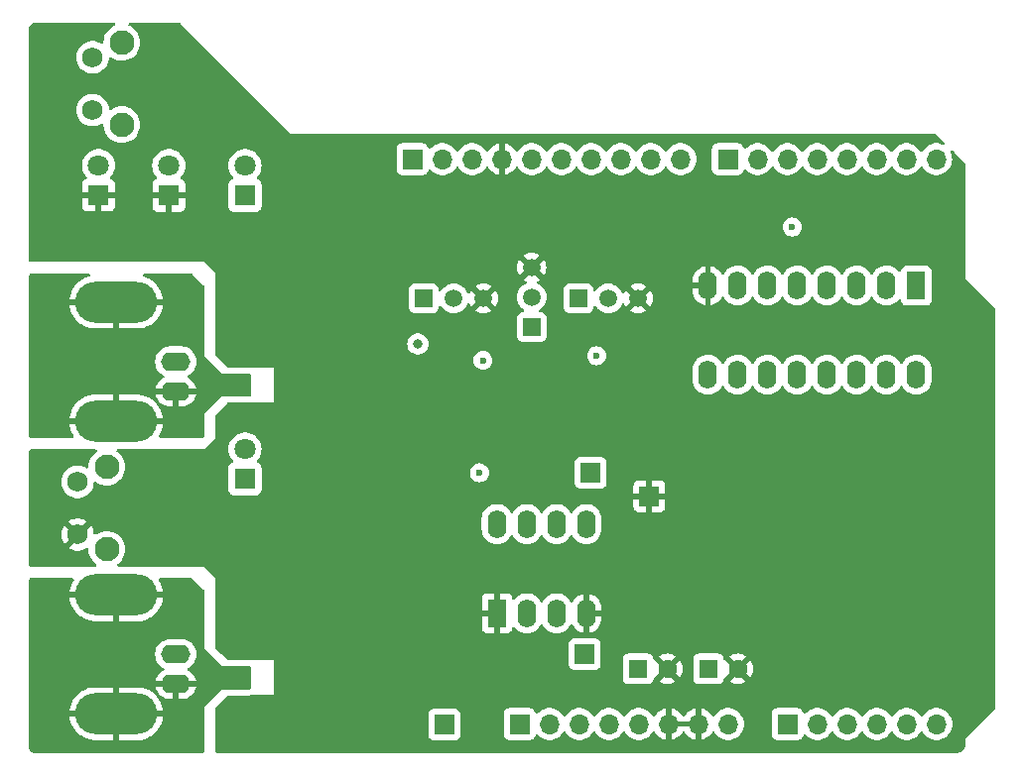
<source format=gbr>
%TF.GenerationSoftware,KiCad,Pcbnew,7.0.2*%
%TF.CreationDate,2023-10-12T23:28:15+02:00*%
%TF.ProjectId,pulse_generator_v2,70756c73-655f-4676-956e-657261746f72,rev?*%
%TF.SameCoordinates,Original*%
%TF.FileFunction,Copper,L2,Inr*%
%TF.FilePolarity,Positive*%
%FSLAX46Y46*%
G04 Gerber Fmt 4.6, Leading zero omitted, Abs format (unit mm)*
G04 Created by KiCad (PCBNEW 7.0.2) date 2023-10-12 23:28:15*
%MOMM*%
%LPD*%
G01*
G04 APERTURE LIST*
%TA.AperFunction,ComponentPad*%
%ADD10R,1.700000X1.700000*%
%TD*%
%TA.AperFunction,ComponentPad*%
%ADD11C,2.100000*%
%TD*%
%TA.AperFunction,ComponentPad*%
%ADD12C,1.750000*%
%TD*%
%TA.AperFunction,ComponentPad*%
%ADD13R,1.800000X1.800000*%
%TD*%
%TA.AperFunction,ComponentPad*%
%ADD14C,1.800000*%
%TD*%
%TA.AperFunction,ComponentPad*%
%ADD15O,2.500000X1.600000*%
%TD*%
%TA.AperFunction,ComponentPad*%
%ADD16O,7.000000X3.500000*%
%TD*%
%TA.AperFunction,ComponentPad*%
%ADD17R,1.600000X1.600000*%
%TD*%
%TA.AperFunction,ComponentPad*%
%ADD18C,1.600000*%
%TD*%
%TA.AperFunction,ComponentPad*%
%ADD19R,1.600000X2.400000*%
%TD*%
%TA.AperFunction,ComponentPad*%
%ADD20O,1.600000X2.400000*%
%TD*%
%TA.AperFunction,ComponentPad*%
%ADD21R,1.500000X1.500000*%
%TD*%
%TA.AperFunction,ComponentPad*%
%ADD22C,1.500000*%
%TD*%
%TA.AperFunction,ComponentPad*%
%ADD23O,1.700000X1.700000*%
%TD*%
%TA.AperFunction,ViaPad*%
%ADD24C,0.600000*%
%TD*%
%TA.AperFunction,ViaPad*%
%ADD25C,0.800000*%
%TD*%
G04 APERTURE END LIST*
D10*
%TO.N,/A2*%
%TO.C,TP2*%
X133500000Y-91500000D03*
%TD*%
D11*
%TO.N,*%
%TO.C,SW1*%
X92702500Y-82525000D03*
X92702500Y-75515000D03*
D12*
%TO.N,GND*%
X90212500Y-81275000D03*
%TO.N,/~{RESET}*%
X90212500Y-76775000D03*
%TD*%
D13*
%TO.N,GND*%
%TO.C,D6*%
X92000000Y-52275000D03*
D14*
%TO.N,Net-(D6-A)*%
X92000000Y-49735000D03*
%TD*%
D13*
%TO.N,GND*%
%TO.C,D3*%
X98000000Y-52300000D03*
D14*
%TO.N,Net-(D3-A)*%
X98000000Y-49760000D03*
%TD*%
D15*
%TO.N,Net-(J5-In)*%
%TO.C,J5*%
X98600000Y-91500000D03*
D16*
%TO.N,Net-(J5-Ext)*%
X93520000Y-96580000D03*
D15*
X98600000Y-94040000D03*
D16*
X93520000Y-86420000D03*
%TD*%
D13*
%TO.N,Net-(D5-K)*%
%TO.C,D5*%
X104500000Y-52300000D03*
D14*
%TO.N,+5V*%
X104500000Y-49760000D03*
%TD*%
D10*
%TO.N,/2*%
%TO.C,TP4*%
X134000000Y-76000000D03*
%TD*%
D17*
%TO.N,+3V3*%
%TO.C,C4*%
X138044888Y-92750000D03*
D18*
%TO.N,GND*%
X140544888Y-92750000D03*
%TD*%
D19*
%TO.N,GND*%
%TO.C,U1*%
X126000000Y-88000000D03*
D20*
%TO.N,/A2*%
X128540000Y-88000000D03*
%TO.N,Net-(J5-In)*%
X131080000Y-88000000D03*
%TO.N,GND*%
X133620000Y-88000000D03*
%TO.N,unconnected-(U1-BAL-Pad5)*%
X133620000Y-80380000D03*
%TO.N,unconnected-(U1-STRB-Pad6)*%
X131080000Y-80380000D03*
%TO.N,/2*%
X128540000Y-80380000D03*
%TO.N,+5V*%
X126000000Y-80380000D03*
%TD*%
D19*
%TO.N,N/C*%
%TO.C,U3*%
X161780000Y-60000000D03*
D20*
X159240000Y-60000000D03*
X156700000Y-60000000D03*
X154160000Y-60000000D03*
%TO.N,/~{RESET}*%
X151620000Y-60000000D03*
%TO.N,Net-(U3B-2~{S})*%
X149080000Y-60000000D03*
%TO.N,ARM*%
X146540000Y-60000000D03*
%TO.N,GND*%
X144000000Y-60000000D03*
%TO.N,N/C*%
X144000000Y-67620000D03*
X146540000Y-67620000D03*
X149080000Y-67620000D03*
X151620000Y-67620000D03*
%TO.N,PULSE*%
X154160000Y-67620000D03*
%TO.N,/2*%
X156700000Y-67620000D03*
%TO.N,/4*%
X159240000Y-67620000D03*
%TO.N,+5V*%
X161780000Y-67620000D03*
%TD*%
D13*
%TO.N,Net-(D4-K)*%
%TO.C,D4*%
X104500000Y-76500000D03*
D14*
%TO.N,+5V*%
X104500000Y-73960000D03*
%TD*%
D17*
%TO.N,+5V*%
%TO.C,C2*%
X144044888Y-92750000D03*
D18*
%TO.N,GND*%
X146544888Y-92750000D03*
%TD*%
D10*
%TO.N,GND*%
%TO.C,TP1*%
X139000000Y-78000000D03*
%TD*%
%TO.N,+5V*%
%TO.C,TP3*%
X121500000Y-97500000D03*
%TD*%
D11*
%TO.N,*%
%TO.C,SW2*%
X93990000Y-46250000D03*
X93990000Y-39240000D03*
D12*
%TO.N,PULSE*%
X91500000Y-45000000D03*
%TO.N,Net-(R14-Pad2)*%
X91500000Y-40500000D03*
%TD*%
D21*
%TO.N,Net-(Q2-B)*%
%TO.C,Q3*%
X132960000Y-61100000D03*
D22*
%TO.N,Net-(Q3-B)*%
X135500000Y-61100000D03*
%TO.N,GND*%
X138040000Y-61100000D03*
%TD*%
D21*
%TO.N,COIL-*%
%TO.C,Q1*%
X119760000Y-61100000D03*
D22*
%TO.N,Net-(Q1-B)*%
X122300000Y-61100000D03*
%TO.N,GND*%
X124840000Y-61100000D03*
%TD*%
D21*
%TO.N,/~{RESET}*%
%TO.C,Q2*%
X128960000Y-63540000D03*
D22*
%TO.N,Net-(Q2-B)*%
X128960000Y-61000000D03*
%TO.N,GND*%
X128960000Y-58460000D03*
%TD*%
D15*
%TO.N,Net-(J6-In)*%
%TO.C,J6*%
X98600000Y-66500000D03*
D16*
%TO.N,Net-(J6-Ext)*%
X93520000Y-71580000D03*
D15*
X98600000Y-69040000D03*
D16*
X93520000Y-61420000D03*
%TD*%
D23*
%TO.N,VCC*%
%TO.C,J1*%
X145720000Y-97460000D03*
%TO.N,GND*%
X143180000Y-97460000D03*
X140640000Y-97460000D03*
%TO.N,+5V*%
X138100000Y-97460000D03*
%TO.N,+3V3*%
X135560000Y-97460000D03*
%TO.N,/~{RESET}*%
X133020000Y-97460000D03*
%TO.N,/IOREF*%
X130480000Y-97460000D03*
D10*
%TO.N,unconnected-(J1-Pin_1-Pad1)*%
X127940000Y-97460000D03*
%TD*%
%TO.N,/A0*%
%TO.C,J3*%
X150800000Y-97460000D03*
D23*
%TO.N,/A1*%
X153340000Y-97460000D03*
%TO.N,/A2*%
X155880000Y-97460000D03*
%TO.N,/A3*%
X158420000Y-97460000D03*
%TO.N,unconnected-(J3-Pin_5-Pad5)*%
X160960000Y-97460000D03*
%TO.N,unconnected-(J3-Pin_6-Pad6)*%
X163500000Y-97460000D03*
%TD*%
D10*
%TO.N,unconnected-(J2-Pin_1-Pad1)*%
%TO.C,J2*%
X118800000Y-49200000D03*
D23*
%TO.N,unconnected-(J2-Pin_2-Pad2)*%
X121340000Y-49200000D03*
%TO.N,/AREF*%
X123880000Y-49200000D03*
%TO.N,GND*%
X126420000Y-49200000D03*
%TO.N,/13*%
X128960000Y-49200000D03*
%TO.N,/12*%
X131500000Y-49200000D03*
%TO.N,/\u002A11*%
X134040000Y-49200000D03*
%TO.N,/\u002A10*%
X136580000Y-49200000D03*
%TO.N,/\u002A9*%
X139120000Y-49200000D03*
%TO.N,/8*%
X141660000Y-49200000D03*
%TD*%
D10*
%TO.N,/7*%
%TO.C,J4*%
X145700000Y-49200000D03*
D23*
%TO.N,/\u002A6*%
X148240000Y-49200000D03*
%TO.N,/\u002A5*%
X150780000Y-49200000D03*
%TO.N,/4*%
X153320000Y-49200000D03*
%TO.N,/\u002A3*%
X155860000Y-49200000D03*
%TO.N,/2*%
X158400000Y-49200000D03*
%TO.N,/TX{slash}1*%
X160940000Y-49200000D03*
%TO.N,/RX{slash}0*%
X163480000Y-49200000D03*
%TD*%
D24*
%TO.N,GND*%
X124500000Y-73500000D03*
X111250000Y-76750000D03*
X123300000Y-53350000D03*
D25*
X108500000Y-93500000D03*
X119715000Y-80500000D03*
X155500000Y-79500000D03*
D24*
X107000000Y-50000000D03*
D25*
X145500000Y-86500000D03*
X108300498Y-68500000D03*
X165240000Y-70500000D03*
D24*
%TO.N,+5V*%
X134500000Y-66000000D03*
X151200000Y-55000000D03*
X124800000Y-66400000D03*
X124500000Y-76000000D03*
D25*
%TO.N,+3V3*%
X119250000Y-65000000D03*
%TO.N,Net-(J5-Ext)*%
X103500000Y-93500000D03*
%TO.N,Net-(J6-Ext)*%
X103500000Y-68500000D03*
%TD*%
%TA.AperFunction,Conductor*%
%TO.N,Net-(J5-Ext)*%
G36*
X89847881Y-85019685D02*
G01*
X89893636Y-85072489D01*
X89903580Y-85141647D01*
X89885361Y-85190722D01*
X89794672Y-85332783D01*
X89790703Y-85340026D01*
X89667389Y-85605761D01*
X89664416Y-85613480D01*
X89577621Y-85893281D01*
X89575705Y-85901320D01*
X89530384Y-86169999D01*
X89530385Y-86170000D01*
X92546589Y-86170000D01*
X92521466Y-86267030D01*
X92511114Y-86471165D01*
X92541574Y-86670000D01*
X89533793Y-86670000D01*
X89545960Y-86790951D01*
X89547337Y-86799112D01*
X89615248Y-87084080D01*
X89617699Y-87091981D01*
X89722987Y-87365354D01*
X89726467Y-87372855D01*
X89867254Y-87629758D01*
X89871707Y-87636733D01*
X90045476Y-87872574D01*
X90050821Y-87878896D01*
X90254474Y-88089472D01*
X90260609Y-88095020D01*
X90490518Y-88276578D01*
X90497328Y-88281253D01*
X90749393Y-88430551D01*
X90756769Y-88434278D01*
X91026482Y-88548647D01*
X91034286Y-88551357D01*
X91316820Y-88628751D01*
X91324942Y-88630402D01*
X91615278Y-88669448D01*
X91623521Y-88670000D01*
X93270000Y-88670000D01*
X93270000Y-87394625D01*
X93417801Y-87425000D01*
X93570967Y-87425000D01*
X93723348Y-87409504D01*
X93770000Y-87394867D01*
X93770000Y-88670000D01*
X95343146Y-88670000D01*
X95347306Y-88669860D01*
X95566434Y-88655191D01*
X95574627Y-88654089D01*
X95861701Y-88595739D01*
X95869690Y-88593551D01*
X96146429Y-88497457D01*
X96154041Y-88494229D01*
X96415501Y-88362107D01*
X96422618Y-88357893D01*
X96664144Y-88192094D01*
X96670632Y-88186970D01*
X96887898Y-87990464D01*
X96893648Y-87984519D01*
X97082786Y-87760806D01*
X97087692Y-87754148D01*
X97245327Y-87507216D01*
X97249296Y-87499973D01*
X97372610Y-87234238D01*
X97375583Y-87226519D01*
X97462378Y-86946718D01*
X97464294Y-86938679D01*
X97509615Y-86670000D01*
X94493411Y-86670000D01*
X94518534Y-86572970D01*
X94528886Y-86368835D01*
X94498426Y-86170000D01*
X97506207Y-86170000D01*
X97506207Y-86169999D01*
X97494039Y-86049048D01*
X97492662Y-86040887D01*
X97424751Y-85755919D01*
X97422300Y-85748018D01*
X97317012Y-85474645D01*
X97313532Y-85467144D01*
X97172745Y-85210241D01*
X97168295Y-85203271D01*
X97164084Y-85197556D01*
X97140164Y-85131908D01*
X97155534Y-85063750D01*
X97205312Y-85014720D01*
X97263912Y-85000000D01*
X99948638Y-85000000D01*
X100015677Y-85019685D01*
X100036319Y-85036319D01*
X100963681Y-85963681D01*
X100997166Y-86025004D01*
X101000000Y-86051362D01*
X101000000Y-91000000D01*
X102500000Y-92500000D01*
X104876000Y-92500000D01*
X104943039Y-92519685D01*
X104988794Y-92572489D01*
X105000000Y-92624000D01*
X105000000Y-94376000D01*
X104980315Y-94443039D01*
X104927511Y-94488794D01*
X104876000Y-94500000D01*
X102499999Y-94500000D01*
X101000000Y-95999999D01*
X101000000Y-99800500D01*
X100980315Y-99867539D01*
X100927511Y-99913294D01*
X100876000Y-99924500D01*
X86508126Y-99924500D01*
X86491941Y-99923439D01*
X86483318Y-99922303D01*
X86406316Y-99912166D01*
X86375050Y-99903788D01*
X86302832Y-99873875D01*
X86274800Y-99857691D01*
X86212782Y-99810103D01*
X86189896Y-99787217D01*
X86142307Y-99725197D01*
X86126124Y-99697167D01*
X86096211Y-99624949D01*
X86087833Y-99593682D01*
X86076561Y-99508059D01*
X86075500Y-99491874D01*
X86075500Y-96329999D01*
X89530384Y-96329999D01*
X89530385Y-96330000D01*
X92546589Y-96330000D01*
X92521466Y-96427030D01*
X92511114Y-96631165D01*
X92541574Y-96830000D01*
X89533793Y-96830000D01*
X89545960Y-96950951D01*
X89547337Y-96959112D01*
X89615248Y-97244080D01*
X89617699Y-97251981D01*
X89722987Y-97525354D01*
X89726467Y-97532855D01*
X89867254Y-97789758D01*
X89871707Y-97796733D01*
X90045476Y-98032574D01*
X90050821Y-98038896D01*
X90254474Y-98249472D01*
X90260609Y-98255020D01*
X90490518Y-98436578D01*
X90497328Y-98441253D01*
X90749393Y-98590551D01*
X90756769Y-98594278D01*
X91026482Y-98708647D01*
X91034286Y-98711357D01*
X91316820Y-98788751D01*
X91324942Y-98790402D01*
X91615278Y-98829448D01*
X91623521Y-98830000D01*
X93270000Y-98830000D01*
X93270000Y-97554625D01*
X93417801Y-97585000D01*
X93570967Y-97585000D01*
X93723348Y-97569504D01*
X93770000Y-97554867D01*
X93770000Y-98830000D01*
X95343146Y-98830000D01*
X95347306Y-98829860D01*
X95566434Y-98815191D01*
X95574627Y-98814089D01*
X95861701Y-98755739D01*
X95869690Y-98753551D01*
X96146429Y-98657457D01*
X96154041Y-98654229D01*
X96415501Y-98522107D01*
X96422618Y-98517893D01*
X96664144Y-98352094D01*
X96670632Y-98346970D01*
X96887898Y-98150464D01*
X96893648Y-98144519D01*
X97082786Y-97920806D01*
X97087692Y-97914148D01*
X97245327Y-97667216D01*
X97249296Y-97659973D01*
X97372610Y-97394238D01*
X97375583Y-97386519D01*
X97462378Y-97106718D01*
X97464294Y-97098679D01*
X97509615Y-96830000D01*
X94493411Y-96830000D01*
X94518534Y-96732970D01*
X94528886Y-96528835D01*
X94498426Y-96330000D01*
X97506207Y-96330000D01*
X97506207Y-96329999D01*
X97494039Y-96209048D01*
X97492662Y-96200887D01*
X97424751Y-95915919D01*
X97422300Y-95908018D01*
X97317012Y-95634645D01*
X97313532Y-95627144D01*
X97172745Y-95370241D01*
X97168292Y-95363266D01*
X96994523Y-95127425D01*
X96989178Y-95121103D01*
X96785525Y-94910527D01*
X96779390Y-94904979D01*
X96549481Y-94723421D01*
X96542671Y-94718746D01*
X96290606Y-94569448D01*
X96283230Y-94565721D01*
X96013517Y-94451352D01*
X96005713Y-94448642D01*
X95723179Y-94371248D01*
X95715057Y-94369597D01*
X95424721Y-94330551D01*
X95416479Y-94330000D01*
X93770000Y-94330000D01*
X93770000Y-95605374D01*
X93622199Y-95575000D01*
X93469033Y-95575000D01*
X93316652Y-95590496D01*
X93270000Y-95605132D01*
X93270000Y-94330000D01*
X91696854Y-94330000D01*
X91692693Y-94330139D01*
X91473565Y-94344808D01*
X91465372Y-94345910D01*
X91178298Y-94404260D01*
X91170309Y-94406448D01*
X90893570Y-94502542D01*
X90885958Y-94505770D01*
X90624498Y-94637892D01*
X90617381Y-94642106D01*
X90375855Y-94807905D01*
X90369367Y-94813029D01*
X90152101Y-95009535D01*
X90146351Y-95015480D01*
X89957213Y-95239193D01*
X89952307Y-95245851D01*
X89794672Y-95492783D01*
X89790703Y-95500026D01*
X89667389Y-95765761D01*
X89664416Y-95773480D01*
X89577621Y-96053281D01*
X89575705Y-96061320D01*
X89530384Y-96329999D01*
X86075500Y-96329999D01*
X86075500Y-91500000D01*
X96836501Y-91500000D01*
X96856456Y-91728084D01*
X96915717Y-91949246D01*
X97012474Y-92156744D01*
X97012476Y-92156746D01*
X97012477Y-92156749D01*
X97143802Y-92344300D01*
X97305700Y-92506198D01*
X97493251Y-92637523D01*
X97546401Y-92662307D01*
X97598839Y-92708477D01*
X97617992Y-92775670D01*
X97597777Y-92842552D01*
X97546403Y-92887069D01*
X97497520Y-92909864D01*
X97311180Y-93040341D01*
X97150341Y-93201180D01*
X97019865Y-93387519D01*
X96923733Y-93593673D01*
X96871128Y-93789999D01*
X96871128Y-93790000D01*
X98230497Y-93790000D01*
X98181083Y-93875587D01*
X98151232Y-94006370D01*
X98161257Y-94140140D01*
X98210266Y-94265013D01*
X98230193Y-94290000D01*
X96871128Y-94290000D01*
X96923733Y-94486326D01*
X97019865Y-94692480D01*
X97150341Y-94878819D01*
X97311180Y-95039658D01*
X97497519Y-95170134D01*
X97703673Y-95266266D01*
X97923397Y-95325141D01*
X98090535Y-95339763D01*
X98095946Y-95340000D01*
X98350000Y-95340000D01*
X98350000Y-94408137D01*
X98404741Y-94445459D01*
X98532927Y-94485000D01*
X98633346Y-94485000D01*
X98732647Y-94470033D01*
X98850000Y-94413518D01*
X98850000Y-95340000D01*
X99104054Y-95340000D01*
X99109464Y-95339763D01*
X99276602Y-95325141D01*
X99496326Y-95266266D01*
X99702480Y-95170134D01*
X99888819Y-95039658D01*
X100049658Y-94878819D01*
X100180134Y-94692480D01*
X100276266Y-94486326D01*
X100328872Y-94290000D01*
X98969503Y-94290000D01*
X99018917Y-94204413D01*
X99048768Y-94073630D01*
X99038743Y-93939860D01*
X98989734Y-93814987D01*
X98969807Y-93790000D01*
X100328872Y-93790000D01*
X100328871Y-93789999D01*
X100276266Y-93593673D01*
X100180134Y-93387519D01*
X100049658Y-93201180D01*
X99888819Y-93040341D01*
X99702482Y-92909866D01*
X99653597Y-92887070D01*
X99601158Y-92840897D01*
X99582007Y-92773703D01*
X99602223Y-92706822D01*
X99653595Y-92662308D01*
X99706749Y-92637523D01*
X99894300Y-92506198D01*
X100056198Y-92344300D01*
X100187523Y-92156749D01*
X100284284Y-91949243D01*
X100343543Y-91728087D01*
X100363498Y-91500000D01*
X100343543Y-91271913D01*
X100284284Y-91050757D01*
X100187523Y-90843251D01*
X100056198Y-90655700D01*
X99894300Y-90493802D01*
X99706749Y-90362477D01*
X99706746Y-90362476D01*
X99706744Y-90362474D01*
X99499246Y-90265717D01*
X99499243Y-90265716D01*
X99388665Y-90236086D01*
X99278084Y-90206456D01*
X99109827Y-90191736D01*
X99109822Y-90191735D01*
X99107127Y-90191500D01*
X98092873Y-90191500D01*
X98090178Y-90191735D01*
X98090172Y-90191736D01*
X97921915Y-90206456D01*
X97700753Y-90265717D01*
X97493255Y-90362474D01*
X97305696Y-90493805D01*
X97143805Y-90655696D01*
X97012474Y-90843255D01*
X96915717Y-91050753D01*
X96856456Y-91271915D01*
X96836501Y-91500000D01*
X86075500Y-91500000D01*
X86075500Y-85124000D01*
X86095185Y-85056961D01*
X86147989Y-85011206D01*
X86199500Y-85000000D01*
X89780842Y-85000000D01*
X89847881Y-85019685D01*
G37*
%TD.AperFunction*%
%TD*%
%TA.AperFunction,Conductor*%
%TO.N,Net-(J6-Ext)*%
G36*
X91215007Y-59019685D02*
G01*
X91260762Y-59072489D01*
X91270706Y-59141647D01*
X91241681Y-59205203D01*
X91182903Y-59242977D01*
X91180727Y-59243594D01*
X91170320Y-59246444D01*
X90893570Y-59342542D01*
X90885958Y-59345770D01*
X90624498Y-59477892D01*
X90617381Y-59482106D01*
X90375855Y-59647905D01*
X90369367Y-59653029D01*
X90152101Y-59849535D01*
X90146351Y-59855480D01*
X89957213Y-60079193D01*
X89952307Y-60085851D01*
X89794672Y-60332783D01*
X89790703Y-60340026D01*
X89667389Y-60605761D01*
X89664416Y-60613480D01*
X89577621Y-60893281D01*
X89575705Y-60901320D01*
X89530384Y-61169999D01*
X89530385Y-61170000D01*
X92546589Y-61170000D01*
X92521466Y-61267030D01*
X92511114Y-61471165D01*
X92541574Y-61670000D01*
X89533793Y-61670000D01*
X89545960Y-61790951D01*
X89547337Y-61799112D01*
X89615248Y-62084080D01*
X89617699Y-62091981D01*
X89722987Y-62365354D01*
X89726467Y-62372855D01*
X89867254Y-62629758D01*
X89871707Y-62636733D01*
X90045476Y-62872574D01*
X90050821Y-62878896D01*
X90254474Y-63089472D01*
X90260609Y-63095020D01*
X90490518Y-63276578D01*
X90497328Y-63281253D01*
X90749393Y-63430551D01*
X90756769Y-63434278D01*
X91026482Y-63548647D01*
X91034286Y-63551357D01*
X91316820Y-63628751D01*
X91324942Y-63630402D01*
X91615278Y-63669448D01*
X91623521Y-63670000D01*
X93270000Y-63670000D01*
X93270000Y-62394625D01*
X93417801Y-62425000D01*
X93570967Y-62425000D01*
X93723348Y-62409504D01*
X93770000Y-62394867D01*
X93770000Y-63670000D01*
X95343146Y-63670000D01*
X95347306Y-63669860D01*
X95566434Y-63655191D01*
X95574627Y-63654089D01*
X95861701Y-63595739D01*
X95869690Y-63593551D01*
X96146429Y-63497457D01*
X96154041Y-63494229D01*
X96415501Y-63362107D01*
X96422618Y-63357893D01*
X96664144Y-63192094D01*
X96670632Y-63186970D01*
X96887898Y-62990464D01*
X96893648Y-62984519D01*
X97082786Y-62760806D01*
X97087692Y-62754148D01*
X97245327Y-62507216D01*
X97249296Y-62499973D01*
X97372610Y-62234238D01*
X97375583Y-62226519D01*
X97462378Y-61946718D01*
X97464294Y-61938679D01*
X97509615Y-61670000D01*
X94493411Y-61670000D01*
X94518534Y-61572970D01*
X94528886Y-61368835D01*
X94498426Y-61170000D01*
X97506207Y-61170000D01*
X97506207Y-61169999D01*
X97494039Y-61049048D01*
X97492662Y-61040887D01*
X97424751Y-60755919D01*
X97422300Y-60748018D01*
X97317012Y-60474645D01*
X97313532Y-60467144D01*
X97172745Y-60210241D01*
X97168292Y-60203266D01*
X96994523Y-59967425D01*
X96989178Y-59961103D01*
X96785525Y-59750527D01*
X96779390Y-59744979D01*
X96549481Y-59563421D01*
X96542671Y-59558746D01*
X96290606Y-59409448D01*
X96283230Y-59405721D01*
X96013517Y-59291352D01*
X96005713Y-59288642D01*
X95841259Y-59243594D01*
X95781802Y-59206897D01*
X95751623Y-59143881D01*
X95760304Y-59074553D01*
X95805089Y-59020924D01*
X95871759Y-59000021D01*
X95874019Y-59000000D01*
X99948638Y-59000000D01*
X100015677Y-59019685D01*
X100036319Y-59036319D01*
X100963680Y-59963680D01*
X100997165Y-60025003D01*
X100999999Y-60051361D01*
X100999999Y-65999999D01*
X101000000Y-65999999D01*
X101000000Y-66000000D01*
X102500000Y-67500000D01*
X104876000Y-67500000D01*
X104943039Y-67519685D01*
X104988794Y-67572489D01*
X105000000Y-67624000D01*
X105000000Y-69376000D01*
X104980315Y-69443039D01*
X104927511Y-69488794D01*
X104876000Y-69500000D01*
X102499999Y-69500000D01*
X101000000Y-70999999D01*
X101000000Y-72876000D01*
X100980315Y-72943039D01*
X100927511Y-72988794D01*
X100876000Y-73000000D01*
X97259158Y-73000000D01*
X97192119Y-72980315D01*
X97146364Y-72927511D01*
X97136420Y-72858353D01*
X97154639Y-72809278D01*
X97245327Y-72667216D01*
X97249296Y-72659973D01*
X97372610Y-72394238D01*
X97375583Y-72386519D01*
X97462378Y-72106718D01*
X97464294Y-72098679D01*
X97509615Y-71830000D01*
X94493411Y-71830000D01*
X94518534Y-71732970D01*
X94528886Y-71528835D01*
X94498426Y-71330000D01*
X97506207Y-71330000D01*
X97506207Y-71329999D01*
X97494039Y-71209048D01*
X97492662Y-71200887D01*
X97424751Y-70915919D01*
X97422300Y-70908018D01*
X97317012Y-70634645D01*
X97313532Y-70627144D01*
X97172745Y-70370241D01*
X97168292Y-70363266D01*
X96994523Y-70127425D01*
X96989178Y-70121103D01*
X96785525Y-69910527D01*
X96779390Y-69904979D01*
X96549481Y-69723421D01*
X96542671Y-69718746D01*
X96290606Y-69569448D01*
X96283230Y-69565721D01*
X96013517Y-69451352D01*
X96005713Y-69448642D01*
X95723179Y-69371248D01*
X95715057Y-69369597D01*
X95424721Y-69330551D01*
X95416479Y-69330000D01*
X93770000Y-69330000D01*
X93770000Y-70605374D01*
X93622199Y-70575000D01*
X93469033Y-70575000D01*
X93316652Y-70590496D01*
X93270000Y-70605132D01*
X93270000Y-69330000D01*
X91696854Y-69330000D01*
X91692693Y-69330139D01*
X91473565Y-69344808D01*
X91465372Y-69345910D01*
X91178298Y-69404260D01*
X91170309Y-69406448D01*
X90893570Y-69502542D01*
X90885958Y-69505770D01*
X90624498Y-69637892D01*
X90617381Y-69642106D01*
X90375855Y-69807905D01*
X90369367Y-69813029D01*
X90152101Y-70009535D01*
X90146351Y-70015480D01*
X89957213Y-70239193D01*
X89952307Y-70245851D01*
X89794672Y-70492783D01*
X89790703Y-70500026D01*
X89667389Y-70765761D01*
X89664416Y-70773480D01*
X89577621Y-71053281D01*
X89575705Y-71061320D01*
X89530384Y-71329999D01*
X89530385Y-71330000D01*
X92546589Y-71330000D01*
X92521466Y-71427030D01*
X92511114Y-71631165D01*
X92541574Y-71830000D01*
X89533793Y-71830000D01*
X89545960Y-71950951D01*
X89547337Y-71959112D01*
X89615248Y-72244080D01*
X89617699Y-72251981D01*
X89722987Y-72525354D01*
X89726467Y-72532855D01*
X89867254Y-72789758D01*
X89871704Y-72796728D01*
X89875916Y-72802444D01*
X89899836Y-72868092D01*
X89884466Y-72936250D01*
X89834688Y-72985280D01*
X89776088Y-73000000D01*
X86199500Y-73000000D01*
X86132461Y-72980315D01*
X86086706Y-72927511D01*
X86075500Y-72876000D01*
X86075500Y-66499999D01*
X96836501Y-66499999D01*
X96856456Y-66728084D01*
X96915717Y-66949246D01*
X97012474Y-67156744D01*
X97012476Y-67156746D01*
X97012477Y-67156749D01*
X97143802Y-67344300D01*
X97305700Y-67506198D01*
X97493251Y-67637523D01*
X97546401Y-67662307D01*
X97598839Y-67708477D01*
X97617992Y-67775670D01*
X97597777Y-67842552D01*
X97546403Y-67887069D01*
X97497520Y-67909864D01*
X97311180Y-68040341D01*
X97150341Y-68201180D01*
X97019865Y-68387519D01*
X96923733Y-68593673D01*
X96871128Y-68789999D01*
X96871128Y-68790000D01*
X98230497Y-68790000D01*
X98181083Y-68875587D01*
X98151232Y-69006370D01*
X98161257Y-69140140D01*
X98210266Y-69265013D01*
X98230193Y-69290000D01*
X96871128Y-69290000D01*
X96923733Y-69486326D01*
X97019865Y-69692480D01*
X97150341Y-69878819D01*
X97311180Y-70039658D01*
X97497519Y-70170134D01*
X97703673Y-70266266D01*
X97923397Y-70325141D01*
X98090535Y-70339763D01*
X98095946Y-70340000D01*
X98350000Y-70340000D01*
X98350000Y-69408137D01*
X98404741Y-69445459D01*
X98532927Y-69485000D01*
X98633346Y-69485000D01*
X98732647Y-69470033D01*
X98850000Y-69413518D01*
X98850000Y-70340000D01*
X99104054Y-70340000D01*
X99109464Y-70339763D01*
X99276602Y-70325141D01*
X99496326Y-70266266D01*
X99702480Y-70170134D01*
X99888819Y-70039658D01*
X100049658Y-69878819D01*
X100180134Y-69692480D01*
X100276266Y-69486326D01*
X100328872Y-69290000D01*
X98969503Y-69290000D01*
X99018917Y-69204413D01*
X99048768Y-69073630D01*
X99038743Y-68939860D01*
X98989734Y-68814987D01*
X98969807Y-68790000D01*
X100328872Y-68790000D01*
X100328871Y-68789999D01*
X100276266Y-68593673D01*
X100180134Y-68387519D01*
X100049658Y-68201180D01*
X99888819Y-68040341D01*
X99702482Y-67909866D01*
X99653597Y-67887070D01*
X99601158Y-67840897D01*
X99582007Y-67773703D01*
X99602223Y-67706822D01*
X99653595Y-67662308D01*
X99706749Y-67637523D01*
X99894300Y-67506198D01*
X100056198Y-67344300D01*
X100187523Y-67156749D01*
X100284284Y-66949243D01*
X100343543Y-66728087D01*
X100363498Y-66500000D01*
X100343543Y-66271913D01*
X100284284Y-66050757D01*
X100187523Y-65843251D01*
X100056198Y-65655700D01*
X99894300Y-65493802D01*
X99706749Y-65362477D01*
X99706746Y-65362476D01*
X99706744Y-65362474D01*
X99499246Y-65265717D01*
X99499243Y-65265716D01*
X99388665Y-65236086D01*
X99278084Y-65206456D01*
X99109827Y-65191736D01*
X99109822Y-65191735D01*
X99107127Y-65191500D01*
X98092873Y-65191500D01*
X98090178Y-65191735D01*
X98090172Y-65191736D01*
X97921915Y-65206456D01*
X97700753Y-65265717D01*
X97493255Y-65362474D01*
X97305696Y-65493805D01*
X97143805Y-65655696D01*
X97012474Y-65843255D01*
X96915717Y-66050753D01*
X96856456Y-66271915D01*
X96836501Y-66499999D01*
X86075500Y-66499999D01*
X86075500Y-59124000D01*
X86095185Y-59056961D01*
X86147989Y-59011206D01*
X86199500Y-59000000D01*
X91147968Y-59000000D01*
X91215007Y-59019685D01*
G37*
%TD.AperFunction*%
%TD*%
%TA.AperFunction,Conductor*%
%TO.N,GND*%
G36*
X142720507Y-97250156D02*
G01*
X142680000Y-97388111D01*
X142680000Y-97531889D01*
X142720507Y-97669844D01*
X142746314Y-97710000D01*
X141073686Y-97710000D01*
X141099493Y-97669844D01*
X141140000Y-97531889D01*
X141140000Y-97388111D01*
X141099493Y-97250156D01*
X141073686Y-97210000D01*
X142746314Y-97210000D01*
X142720507Y-97250156D01*
G37*
%TD.AperFunction*%
%TA.AperFunction,Conductor*%
G36*
X93379552Y-37595185D02*
G01*
X93425307Y-37647989D01*
X93435251Y-37717147D01*
X93406226Y-37780703D01*
X93359966Y-37814060D01*
X93280267Y-37847072D01*
X93280268Y-37847073D01*
X93071103Y-37975248D01*
X92884567Y-38134567D01*
X92725248Y-38321103D01*
X92597073Y-38530268D01*
X92503194Y-38756907D01*
X92445928Y-38995441D01*
X92445928Y-38995443D01*
X92427418Y-39230631D01*
X92402535Y-39295918D01*
X92346304Y-39337389D01*
X92276579Y-39341876D01*
X92244784Y-39329956D01*
X92078558Y-39240000D01*
X92057650Y-39228685D01*
X92057649Y-39228684D01*
X92057648Y-39228684D01*
X91840794Y-39154238D01*
X91614640Y-39116500D01*
X91385360Y-39116500D01*
X91159205Y-39154238D01*
X90942351Y-39228684D01*
X90740704Y-39337809D01*
X90559769Y-39478636D01*
X90404483Y-39647323D01*
X90279076Y-39839272D01*
X90186978Y-40049236D01*
X90130691Y-40271507D01*
X90111757Y-40500000D01*
X90130691Y-40728492D01*
X90130691Y-40728495D01*
X90130692Y-40728497D01*
X90149639Y-40803318D01*
X90186978Y-40950763D01*
X90279076Y-41160727D01*
X90279078Y-41160730D01*
X90404482Y-41352676D01*
X90559769Y-41521363D01*
X90740704Y-41662190D01*
X90942350Y-41771315D01*
X91159207Y-41845762D01*
X91385360Y-41883500D01*
X91614640Y-41883500D01*
X91840793Y-41845762D01*
X92057650Y-41771315D01*
X92259296Y-41662190D01*
X92440231Y-41521363D01*
X92595518Y-41352676D01*
X92720922Y-41160730D01*
X92813023Y-40950761D01*
X92869308Y-40728497D01*
X92880071Y-40598602D01*
X92905224Y-40533421D01*
X92961625Y-40492182D01*
X93031369Y-40487984D01*
X93068436Y-40503117D01*
X93071103Y-40504751D01*
X93071104Y-40504752D01*
X93280268Y-40632927D01*
X93440525Y-40699308D01*
X93506907Y-40726805D01*
X93582265Y-40744896D01*
X93745443Y-40784072D01*
X93990000Y-40803319D01*
X94234557Y-40784072D01*
X94473092Y-40726805D01*
X94699732Y-40632927D01*
X94908896Y-40504752D01*
X95095433Y-40345433D01*
X95254752Y-40158896D01*
X95382927Y-39949732D01*
X95476805Y-39723092D01*
X95534072Y-39484557D01*
X95553319Y-39240000D01*
X95534072Y-38995443D01*
X95476805Y-38756908D01*
X95382927Y-38530268D01*
X95254752Y-38321104D01*
X95095433Y-38134567D01*
X94908896Y-37975248D01*
X94699732Y-37847073D01*
X94620033Y-37814060D01*
X94565631Y-37770220D01*
X94543566Y-37703925D01*
X94560846Y-37636226D01*
X94611983Y-37588616D01*
X94667487Y-37575500D01*
X98917365Y-37575500D01*
X98984404Y-37595185D01*
X99005046Y-37611819D01*
X108414803Y-47021576D01*
X108426641Y-47037002D01*
X108444801Y-47052241D01*
X108452775Y-47059548D01*
X108461551Y-47068324D01*
X108471587Y-47074718D01*
X108472518Y-47075499D01*
X108472519Y-47075499D01*
X108472520Y-47075500D01*
X108472521Y-47075500D01*
X108482462Y-47079118D01*
X108492996Y-47080040D01*
X108492997Y-47080039D01*
X108492998Y-47080040D01*
X108494173Y-47079725D01*
X108526268Y-47075500D01*
X163418290Y-47075500D01*
X163485329Y-47095185D01*
X163505273Y-47111126D01*
X164147891Y-47743624D01*
X164181861Y-47804679D01*
X164177430Y-47874408D01*
X164136004Y-47930672D01*
X164070735Y-47955608D01*
X164020645Y-47949279D01*
X163814636Y-47878556D01*
X163592569Y-47841500D01*
X163367431Y-47841500D01*
X163145363Y-47878556D01*
X162932427Y-47951657D01*
X162734424Y-48058811D01*
X162556760Y-48197094D01*
X162404279Y-48362730D01*
X162313809Y-48501205D01*
X162260662Y-48546561D01*
X162191431Y-48555985D01*
X162128095Y-48526483D01*
X162106191Y-48501205D01*
X162066669Y-48440712D01*
X162015722Y-48362732D01*
X161863240Y-48197094D01*
X161685576Y-48058811D01*
X161487574Y-47951658D01*
X161487573Y-47951657D01*
X161487572Y-47951657D01*
X161274636Y-47878556D01*
X161052569Y-47841500D01*
X160827431Y-47841500D01*
X160605363Y-47878556D01*
X160392427Y-47951657D01*
X160194424Y-48058811D01*
X160016760Y-48197094D01*
X159864279Y-48362730D01*
X159773809Y-48501205D01*
X159720662Y-48546561D01*
X159651431Y-48555985D01*
X159588095Y-48526483D01*
X159566191Y-48501205D01*
X159526669Y-48440712D01*
X159475722Y-48362732D01*
X159323240Y-48197094D01*
X159145576Y-48058811D01*
X158947574Y-47951658D01*
X158947573Y-47951657D01*
X158947572Y-47951657D01*
X158734636Y-47878556D01*
X158512569Y-47841500D01*
X158287431Y-47841500D01*
X158065363Y-47878556D01*
X157852427Y-47951657D01*
X157654424Y-48058811D01*
X157476760Y-48197094D01*
X157324279Y-48362730D01*
X157233809Y-48501205D01*
X157180662Y-48546561D01*
X157111431Y-48555985D01*
X157048095Y-48526483D01*
X157026191Y-48501205D01*
X156986669Y-48440712D01*
X156935722Y-48362732D01*
X156783240Y-48197094D01*
X156605576Y-48058811D01*
X156407574Y-47951658D01*
X156407573Y-47951657D01*
X156407572Y-47951657D01*
X156194636Y-47878556D01*
X155972569Y-47841500D01*
X155747431Y-47841500D01*
X155525363Y-47878556D01*
X155312427Y-47951657D01*
X155114424Y-48058811D01*
X154936760Y-48197094D01*
X154784279Y-48362730D01*
X154693809Y-48501205D01*
X154640662Y-48546561D01*
X154571431Y-48555985D01*
X154508095Y-48526483D01*
X154486191Y-48501205D01*
X154446669Y-48440712D01*
X154395722Y-48362732D01*
X154243240Y-48197094D01*
X154065576Y-48058811D01*
X153867574Y-47951658D01*
X153867573Y-47951657D01*
X153867572Y-47951657D01*
X153654636Y-47878556D01*
X153432569Y-47841500D01*
X153207431Y-47841500D01*
X152985363Y-47878556D01*
X152772427Y-47951657D01*
X152574424Y-48058811D01*
X152396760Y-48197094D01*
X152244279Y-48362730D01*
X152153809Y-48501205D01*
X152100662Y-48546561D01*
X152031431Y-48555985D01*
X151968095Y-48526483D01*
X151946191Y-48501205D01*
X151906669Y-48440712D01*
X151855722Y-48362732D01*
X151703240Y-48197094D01*
X151525576Y-48058811D01*
X151327574Y-47951658D01*
X151327573Y-47951657D01*
X151327572Y-47951657D01*
X151114636Y-47878556D01*
X150892569Y-47841500D01*
X150667431Y-47841500D01*
X150445363Y-47878556D01*
X150232427Y-47951657D01*
X150034424Y-48058811D01*
X149856760Y-48197094D01*
X149704279Y-48362730D01*
X149613809Y-48501205D01*
X149560662Y-48546561D01*
X149491431Y-48555985D01*
X149428095Y-48526483D01*
X149406191Y-48501205D01*
X149366669Y-48440712D01*
X149315722Y-48362732D01*
X149163240Y-48197094D01*
X148985576Y-48058811D01*
X148787574Y-47951658D01*
X148787573Y-47951657D01*
X148787572Y-47951657D01*
X148574636Y-47878556D01*
X148352569Y-47841500D01*
X148127431Y-47841500D01*
X147905363Y-47878556D01*
X147692427Y-47951657D01*
X147494424Y-48058811D01*
X147316759Y-48197094D01*
X147253548Y-48265759D01*
X147193660Y-48301749D01*
X147123822Y-48299648D01*
X147066207Y-48260123D01*
X147046138Y-48225110D01*
X147021427Y-48158861D01*
X147000889Y-48103796D01*
X146942951Y-48026400D01*
X146913261Y-47986738D01*
X146796203Y-47899110D01*
X146659205Y-47848011D01*
X146601924Y-47841853D01*
X146601918Y-47841852D01*
X146598638Y-47841500D01*
X144801362Y-47841500D01*
X144798082Y-47841852D01*
X144798075Y-47841853D01*
X144740794Y-47848011D01*
X144603796Y-47899110D01*
X144486738Y-47986738D01*
X144399110Y-48103796D01*
X144348011Y-48240794D01*
X144341853Y-48298075D01*
X144341500Y-48301362D01*
X144341500Y-50098638D01*
X144341852Y-50101918D01*
X144341853Y-50101924D01*
X144348011Y-50159205D01*
X144399110Y-50296203D01*
X144486738Y-50413261D01*
X144603796Y-50500889D01*
X144740794Y-50551988D01*
X144740797Y-50551988D01*
X144740799Y-50551989D01*
X144801362Y-50558500D01*
X144804672Y-50558500D01*
X146595328Y-50558500D01*
X146598638Y-50558500D01*
X146659201Y-50551989D01*
X146659203Y-50551988D01*
X146659205Y-50551988D01*
X146741097Y-50521443D01*
X146796204Y-50500889D01*
X146913261Y-50413261D01*
X147000889Y-50296204D01*
X147046137Y-50174889D01*
X147088009Y-50118956D01*
X147153474Y-50094540D01*
X147221747Y-50109392D01*
X147253548Y-50134241D01*
X147316757Y-50202903D01*
X147316760Y-50202906D01*
X147494424Y-50341189D01*
X147692426Y-50448342D01*
X147905365Y-50521444D01*
X148127431Y-50558500D01*
X148352569Y-50558500D01*
X148574635Y-50521444D01*
X148787574Y-50448342D01*
X148985576Y-50341189D01*
X149163240Y-50202906D01*
X149315722Y-50037268D01*
X149406190Y-49898795D01*
X149459337Y-49853438D01*
X149528569Y-49844014D01*
X149591905Y-49873516D01*
X149613809Y-49898795D01*
X149675108Y-49992621D01*
X149704278Y-50037268D01*
X149856760Y-50202906D01*
X150034424Y-50341189D01*
X150232426Y-50448342D01*
X150445365Y-50521444D01*
X150667431Y-50558500D01*
X150892569Y-50558500D01*
X151114635Y-50521444D01*
X151327574Y-50448342D01*
X151525576Y-50341189D01*
X151703240Y-50202906D01*
X151855722Y-50037268D01*
X151946190Y-49898795D01*
X151999337Y-49853438D01*
X152068569Y-49844014D01*
X152131905Y-49873516D01*
X152153809Y-49898795D01*
X152215108Y-49992621D01*
X152244278Y-50037268D01*
X152396760Y-50202906D01*
X152574424Y-50341189D01*
X152772426Y-50448342D01*
X152985365Y-50521444D01*
X153207431Y-50558500D01*
X153432569Y-50558500D01*
X153654635Y-50521444D01*
X153867574Y-50448342D01*
X154065576Y-50341189D01*
X154243240Y-50202906D01*
X154395722Y-50037268D01*
X154486191Y-49898793D01*
X154539336Y-49853438D01*
X154608567Y-49844014D01*
X154671903Y-49873515D01*
X154693807Y-49898794D01*
X154784275Y-50037265D01*
X154784277Y-50037267D01*
X154784278Y-50037268D01*
X154936760Y-50202906D01*
X155114424Y-50341189D01*
X155312426Y-50448342D01*
X155525365Y-50521444D01*
X155747431Y-50558500D01*
X155972569Y-50558500D01*
X156194635Y-50521444D01*
X156407574Y-50448342D01*
X156605576Y-50341189D01*
X156783240Y-50202906D01*
X156935722Y-50037268D01*
X157026190Y-49898795D01*
X157079337Y-49853438D01*
X157148569Y-49844014D01*
X157211905Y-49873516D01*
X157233809Y-49898795D01*
X157295108Y-49992621D01*
X157324278Y-50037268D01*
X157476760Y-50202906D01*
X157654424Y-50341189D01*
X157852426Y-50448342D01*
X158065365Y-50521444D01*
X158287431Y-50558500D01*
X158512569Y-50558500D01*
X158734635Y-50521444D01*
X158947574Y-50448342D01*
X159145576Y-50341189D01*
X159323240Y-50202906D01*
X159475722Y-50037268D01*
X159566190Y-49898795D01*
X159619337Y-49853438D01*
X159688569Y-49844014D01*
X159751905Y-49873516D01*
X159773809Y-49898795D01*
X159835108Y-49992621D01*
X159864278Y-50037268D01*
X160016760Y-50202906D01*
X160194424Y-50341189D01*
X160392426Y-50448342D01*
X160605365Y-50521444D01*
X160827431Y-50558500D01*
X161052569Y-50558500D01*
X161274635Y-50521444D01*
X161487574Y-50448342D01*
X161685576Y-50341189D01*
X161863240Y-50202906D01*
X162015722Y-50037268D01*
X162106190Y-49898795D01*
X162159337Y-49853438D01*
X162228569Y-49844014D01*
X162291905Y-49873516D01*
X162313809Y-49898795D01*
X162375108Y-49992621D01*
X162404278Y-50037268D01*
X162556760Y-50202906D01*
X162734424Y-50341189D01*
X162932426Y-50448342D01*
X163145365Y-50521444D01*
X163367431Y-50558500D01*
X163592569Y-50558500D01*
X163814635Y-50521444D01*
X164027574Y-50448342D01*
X164225576Y-50341189D01*
X164403240Y-50202906D01*
X164555722Y-50037268D01*
X164678860Y-49848791D01*
X164769296Y-49642616D01*
X164824564Y-49424368D01*
X164843156Y-49200000D01*
X164824564Y-48975632D01*
X164769296Y-48757384D01*
X164717906Y-48640227D01*
X164709004Y-48570928D01*
X164738982Y-48507816D01*
X164798321Y-48470929D01*
X164868183Y-48471980D01*
X164918446Y-48502044D01*
X165058841Y-48640228D01*
X165927484Y-49495191D01*
X165961453Y-49556244D01*
X165964500Y-49583563D01*
X165964500Y-59315019D01*
X165961963Y-59334292D01*
X165964028Y-59357896D01*
X165964500Y-59368702D01*
X165964500Y-59381116D01*
X165967075Y-59392733D01*
X165967182Y-59393956D01*
X165971651Y-59403541D01*
X165978451Y-59411644D01*
X165978452Y-59411645D01*
X165979500Y-59412250D01*
X166005185Y-59431958D01*
X168468182Y-61894955D01*
X168501666Y-61956276D01*
X168504500Y-61982634D01*
X168504500Y-96107363D01*
X168484815Y-96174402D01*
X168468181Y-96195044D01*
X166018418Y-98644806D01*
X166003001Y-98656636D01*
X165987760Y-98674799D01*
X165980463Y-98682762D01*
X165971683Y-98691542D01*
X165965290Y-98701577D01*
X165964501Y-98702516D01*
X165960881Y-98712463D01*
X165959960Y-98722998D01*
X165960274Y-98724169D01*
X165964500Y-98756265D01*
X165964500Y-99231907D01*
X165963903Y-99244062D01*
X165952505Y-99359778D01*
X165947763Y-99383618D01*
X165917832Y-99482290D01*
X165915789Y-99489024D01*
X165906486Y-99511482D01*
X165854561Y-99608627D01*
X165841056Y-99628839D01*
X165771176Y-99713988D01*
X165753988Y-99731176D01*
X165668839Y-99801056D01*
X165648627Y-99814561D01*
X165551482Y-99866486D01*
X165529028Y-99875787D01*
X165487028Y-99888528D01*
X165423618Y-99907763D01*
X165399778Y-99912505D01*
X165291162Y-99923203D01*
X165284060Y-99923903D01*
X165271907Y-99924500D01*
X102124000Y-99924500D01*
X102056961Y-99904815D01*
X102011206Y-99852011D01*
X102000000Y-99800500D01*
X102000000Y-98398638D01*
X120141500Y-98398638D01*
X120141852Y-98401918D01*
X120141853Y-98401924D01*
X120148011Y-98459205D01*
X120199110Y-98596203D01*
X120286738Y-98713261D01*
X120403796Y-98800889D01*
X120540794Y-98851988D01*
X120540797Y-98851988D01*
X120540799Y-98851989D01*
X120601362Y-98858500D01*
X120604672Y-98858500D01*
X122395328Y-98858500D01*
X122398638Y-98858500D01*
X122459201Y-98851989D01*
X122459203Y-98851988D01*
X122459205Y-98851988D01*
X122537124Y-98822924D01*
X122596204Y-98800889D01*
X122713261Y-98713261D01*
X122800889Y-98596204D01*
X122837478Y-98498106D01*
X122851988Y-98459205D01*
X122851988Y-98459203D01*
X122851989Y-98459201D01*
X122858500Y-98398638D01*
X122858500Y-98358638D01*
X126581500Y-98358638D01*
X126581852Y-98361918D01*
X126581853Y-98361924D01*
X126588011Y-98419205D01*
X126639110Y-98556203D01*
X126726738Y-98673261D01*
X126843796Y-98760889D01*
X126980794Y-98811988D01*
X126980797Y-98811988D01*
X126980799Y-98811989D01*
X127041362Y-98818500D01*
X127044672Y-98818500D01*
X128835328Y-98818500D01*
X128838638Y-98818500D01*
X128899201Y-98811989D01*
X128899203Y-98811988D01*
X128899205Y-98811988D01*
X128981097Y-98781443D01*
X129036204Y-98760889D01*
X129153261Y-98673261D01*
X129240889Y-98556204D01*
X129286137Y-98434889D01*
X129328009Y-98378956D01*
X129393474Y-98354540D01*
X129461747Y-98369392D01*
X129493548Y-98394241D01*
X129530969Y-98434890D01*
X129556760Y-98462906D01*
X129734424Y-98601189D01*
X129932426Y-98708342D01*
X130145365Y-98781444D01*
X130367431Y-98818500D01*
X130592569Y-98818500D01*
X130814635Y-98781444D01*
X131027574Y-98708342D01*
X131225576Y-98601189D01*
X131403240Y-98462906D01*
X131555722Y-98297268D01*
X131646190Y-98158795D01*
X131699337Y-98113438D01*
X131768569Y-98104014D01*
X131831905Y-98133516D01*
X131853809Y-98158795D01*
X131944278Y-98297268D01*
X132096760Y-98462906D01*
X132274424Y-98601189D01*
X132472426Y-98708342D01*
X132685365Y-98781444D01*
X132907431Y-98818500D01*
X133132569Y-98818500D01*
X133354635Y-98781444D01*
X133567574Y-98708342D01*
X133765576Y-98601189D01*
X133943240Y-98462906D01*
X134095722Y-98297268D01*
X134186190Y-98158795D01*
X134239337Y-98113438D01*
X134308569Y-98104014D01*
X134371905Y-98133516D01*
X134393809Y-98158795D01*
X134484278Y-98297268D01*
X134636760Y-98462906D01*
X134814424Y-98601189D01*
X135012426Y-98708342D01*
X135225365Y-98781444D01*
X135447431Y-98818500D01*
X135672569Y-98818500D01*
X135894635Y-98781444D01*
X136107574Y-98708342D01*
X136305576Y-98601189D01*
X136483240Y-98462906D01*
X136635722Y-98297268D01*
X136726190Y-98158795D01*
X136779337Y-98113438D01*
X136848569Y-98104014D01*
X136911905Y-98133516D01*
X136933809Y-98158795D01*
X137024278Y-98297268D01*
X137176760Y-98462906D01*
X137354424Y-98601189D01*
X137552426Y-98708342D01*
X137765365Y-98781444D01*
X137987431Y-98818500D01*
X138212569Y-98818500D01*
X138434635Y-98781444D01*
X138647574Y-98708342D01*
X138845576Y-98601189D01*
X139023240Y-98462906D01*
X139175722Y-98297268D01*
X139269748Y-98153349D01*
X139322893Y-98107994D01*
X139392124Y-98098570D01*
X139455460Y-98128072D01*
X139475131Y-98150048D01*
X139601892Y-98331080D01*
X139768918Y-98498106D01*
X139962423Y-98633600D01*
X140176509Y-98733430D01*
X140390000Y-98790634D01*
X140390000Y-97895501D01*
X140497685Y-97944680D01*
X140604237Y-97960000D01*
X140675763Y-97960000D01*
X140782315Y-97944680D01*
X140890000Y-97895501D01*
X140890000Y-98790633D01*
X141103490Y-98733430D01*
X141317576Y-98633600D01*
X141511081Y-98498106D01*
X141678106Y-98331081D01*
X141808425Y-98144968D01*
X141863002Y-98101344D01*
X141932501Y-98094151D01*
X141994855Y-98125673D01*
X142011575Y-98144968D01*
X142141893Y-98331081D01*
X142308918Y-98498106D01*
X142502423Y-98633600D01*
X142716509Y-98733430D01*
X142930000Y-98790634D01*
X142930000Y-97895501D01*
X143037685Y-97944680D01*
X143144237Y-97960000D01*
X143215763Y-97960000D01*
X143322315Y-97944680D01*
X143430000Y-97895501D01*
X143430000Y-98790633D01*
X143643490Y-98733430D01*
X143857576Y-98633600D01*
X144051081Y-98498106D01*
X144218106Y-98331081D01*
X144344868Y-98150048D01*
X144399445Y-98106424D01*
X144468944Y-98099231D01*
X144531298Y-98130753D01*
X144550252Y-98153351D01*
X144644276Y-98297267D01*
X144710673Y-98369392D01*
X144796760Y-98462906D01*
X144974424Y-98601189D01*
X145172426Y-98708342D01*
X145385365Y-98781444D01*
X145607431Y-98818500D01*
X145832569Y-98818500D01*
X146054635Y-98781444D01*
X146267574Y-98708342D01*
X146465576Y-98601189D01*
X146643240Y-98462906D01*
X146739226Y-98358638D01*
X149441500Y-98358638D01*
X149441852Y-98361918D01*
X149441853Y-98361924D01*
X149448011Y-98419205D01*
X149499110Y-98556203D01*
X149586738Y-98673261D01*
X149703796Y-98760889D01*
X149840794Y-98811988D01*
X149840797Y-98811988D01*
X149840799Y-98811989D01*
X149901362Y-98818500D01*
X149904672Y-98818500D01*
X151695328Y-98818500D01*
X151698638Y-98818500D01*
X151759201Y-98811989D01*
X151759203Y-98811988D01*
X151759205Y-98811988D01*
X151841097Y-98781443D01*
X151896204Y-98760889D01*
X152013261Y-98673261D01*
X152100889Y-98556204D01*
X152146137Y-98434889D01*
X152188009Y-98378956D01*
X152253474Y-98354540D01*
X152321747Y-98369392D01*
X152353548Y-98394241D01*
X152390969Y-98434890D01*
X152416760Y-98462906D01*
X152594424Y-98601189D01*
X152792426Y-98708342D01*
X153005365Y-98781444D01*
X153227431Y-98818500D01*
X153452569Y-98818500D01*
X153674635Y-98781444D01*
X153887574Y-98708342D01*
X154085576Y-98601189D01*
X154263240Y-98462906D01*
X154415722Y-98297268D01*
X154506190Y-98158795D01*
X154559337Y-98113438D01*
X154628569Y-98104014D01*
X154691905Y-98133516D01*
X154713809Y-98158795D01*
X154804278Y-98297268D01*
X154956760Y-98462906D01*
X155134424Y-98601189D01*
X155332426Y-98708342D01*
X155545365Y-98781444D01*
X155767431Y-98818500D01*
X155992569Y-98818500D01*
X156214635Y-98781444D01*
X156427574Y-98708342D01*
X156625576Y-98601189D01*
X156803240Y-98462906D01*
X156955722Y-98297268D01*
X157046190Y-98158795D01*
X157099337Y-98113438D01*
X157168569Y-98104014D01*
X157231905Y-98133516D01*
X157253809Y-98158795D01*
X157344278Y-98297268D01*
X157496760Y-98462906D01*
X157674424Y-98601189D01*
X157872426Y-98708342D01*
X158085365Y-98781444D01*
X158307431Y-98818500D01*
X158532569Y-98818500D01*
X158754635Y-98781444D01*
X158967574Y-98708342D01*
X159165576Y-98601189D01*
X159343240Y-98462906D01*
X159495722Y-98297268D01*
X159586190Y-98158795D01*
X159639337Y-98113438D01*
X159708569Y-98104014D01*
X159771905Y-98133516D01*
X159793809Y-98158795D01*
X159884278Y-98297268D01*
X160036760Y-98462906D01*
X160214424Y-98601189D01*
X160412426Y-98708342D01*
X160625365Y-98781444D01*
X160847431Y-98818500D01*
X161072569Y-98818500D01*
X161294635Y-98781444D01*
X161507574Y-98708342D01*
X161705576Y-98601189D01*
X161883240Y-98462906D01*
X162035722Y-98297268D01*
X162126190Y-98158795D01*
X162179337Y-98113438D01*
X162248569Y-98104014D01*
X162311905Y-98133516D01*
X162333809Y-98158795D01*
X162424278Y-98297268D01*
X162576760Y-98462906D01*
X162754424Y-98601189D01*
X162952426Y-98708342D01*
X163165365Y-98781444D01*
X163387431Y-98818500D01*
X163612569Y-98818500D01*
X163834635Y-98781444D01*
X164047574Y-98708342D01*
X164245576Y-98601189D01*
X164423240Y-98462906D01*
X164575722Y-98297268D01*
X164698860Y-98108791D01*
X164789296Y-97902616D01*
X164844564Y-97684368D01*
X164863156Y-97460000D01*
X164844564Y-97235632D01*
X164789296Y-97017384D01*
X164698860Y-96811209D01*
X164575722Y-96622732D01*
X164423240Y-96457094D01*
X164245576Y-96318811D01*
X164047574Y-96211658D01*
X164047573Y-96211657D01*
X164047572Y-96211657D01*
X163834636Y-96138556D01*
X163612569Y-96101500D01*
X163387431Y-96101500D01*
X163165363Y-96138556D01*
X162952427Y-96211657D01*
X162754424Y-96318811D01*
X162576760Y-96457094D01*
X162424279Y-96622730D01*
X162333809Y-96761205D01*
X162280662Y-96806561D01*
X162211431Y-96815985D01*
X162148095Y-96786483D01*
X162126191Y-96761205D01*
X162035723Y-96622734D01*
X162035722Y-96622732D01*
X161883240Y-96457094D01*
X161705576Y-96318811D01*
X161507574Y-96211658D01*
X161507573Y-96211657D01*
X161507572Y-96211657D01*
X161294636Y-96138556D01*
X161072569Y-96101500D01*
X160847431Y-96101500D01*
X160625363Y-96138556D01*
X160412427Y-96211657D01*
X160214424Y-96318811D01*
X160036760Y-96457094D01*
X159884279Y-96622730D01*
X159793809Y-96761205D01*
X159740662Y-96806561D01*
X159671431Y-96815985D01*
X159608095Y-96786483D01*
X159586191Y-96761205D01*
X159495723Y-96622734D01*
X159495722Y-96622732D01*
X159343240Y-96457094D01*
X159165576Y-96318811D01*
X158967574Y-96211658D01*
X158967573Y-96211657D01*
X158967572Y-96211657D01*
X158754636Y-96138556D01*
X158532569Y-96101500D01*
X158307431Y-96101500D01*
X158085363Y-96138556D01*
X157872427Y-96211657D01*
X157674424Y-96318811D01*
X157496760Y-96457094D01*
X157344279Y-96622730D01*
X157253809Y-96761205D01*
X157200662Y-96806561D01*
X157131431Y-96815985D01*
X157068095Y-96786483D01*
X157046191Y-96761205D01*
X156955723Y-96622734D01*
X156955722Y-96622732D01*
X156803240Y-96457094D01*
X156625576Y-96318811D01*
X156427574Y-96211658D01*
X156427573Y-96211657D01*
X156427572Y-96211657D01*
X156214636Y-96138556D01*
X155992569Y-96101500D01*
X155767431Y-96101500D01*
X155545363Y-96138556D01*
X155332427Y-96211657D01*
X155134424Y-96318811D01*
X154956760Y-96457094D01*
X154804279Y-96622730D01*
X154713809Y-96761205D01*
X154660662Y-96806561D01*
X154591431Y-96815985D01*
X154528095Y-96786483D01*
X154506191Y-96761205D01*
X154415723Y-96622734D01*
X154415722Y-96622732D01*
X154263240Y-96457094D01*
X154085576Y-96318811D01*
X153887574Y-96211658D01*
X153887573Y-96211657D01*
X153887572Y-96211657D01*
X153674636Y-96138556D01*
X153452569Y-96101500D01*
X153227431Y-96101500D01*
X153005363Y-96138556D01*
X152792427Y-96211657D01*
X152594424Y-96318811D01*
X152416759Y-96457094D01*
X152353548Y-96525759D01*
X152293660Y-96561749D01*
X152223822Y-96559648D01*
X152166207Y-96520123D01*
X152146138Y-96485110D01*
X152115808Y-96403796D01*
X152100889Y-96363796D01*
X152042951Y-96286400D01*
X152013261Y-96246738D01*
X151896203Y-96159110D01*
X151759205Y-96108011D01*
X151701924Y-96101853D01*
X151701918Y-96101852D01*
X151698638Y-96101500D01*
X149901362Y-96101500D01*
X149898082Y-96101852D01*
X149898075Y-96101853D01*
X149840794Y-96108011D01*
X149703796Y-96159110D01*
X149586738Y-96246738D01*
X149499110Y-96363796D01*
X149448011Y-96500794D01*
X149441853Y-96558075D01*
X149441500Y-96561362D01*
X149441500Y-98358638D01*
X146739226Y-98358638D01*
X146795722Y-98297268D01*
X146918860Y-98108791D01*
X147009296Y-97902616D01*
X147064564Y-97684368D01*
X147083156Y-97460000D01*
X147064564Y-97235632D01*
X147009296Y-97017384D01*
X146918860Y-96811209D01*
X146795722Y-96622732D01*
X146643240Y-96457094D01*
X146465576Y-96318811D01*
X146267574Y-96211658D01*
X146267573Y-96211657D01*
X146267572Y-96211657D01*
X146054636Y-96138556D01*
X145832569Y-96101500D01*
X145607431Y-96101500D01*
X145385363Y-96138556D01*
X145172427Y-96211657D01*
X144974424Y-96318811D01*
X144796760Y-96457094D01*
X144644275Y-96622734D01*
X144550250Y-96766650D01*
X144497104Y-96812006D01*
X144427873Y-96821430D01*
X144364537Y-96791928D01*
X144344867Y-96769951D01*
X144218109Y-96588921D01*
X144051081Y-96421893D01*
X143857576Y-96286399D01*
X143643492Y-96186569D01*
X143430000Y-96129364D01*
X143430000Y-97024498D01*
X143322315Y-96975320D01*
X143215763Y-96960000D01*
X143144237Y-96960000D01*
X143037685Y-96975320D01*
X142930000Y-97024498D01*
X142930000Y-96129364D01*
X142929999Y-96129364D01*
X142716507Y-96186569D01*
X142502421Y-96286400D01*
X142308921Y-96421890D01*
X142141893Y-96588918D01*
X142011575Y-96775032D01*
X141956998Y-96818656D01*
X141887499Y-96825849D01*
X141825145Y-96794327D01*
X141808425Y-96775032D01*
X141678106Y-96588918D01*
X141511081Y-96421893D01*
X141317576Y-96286399D01*
X141103492Y-96186569D01*
X140890000Y-96129364D01*
X140890000Y-97024498D01*
X140782315Y-96975320D01*
X140675763Y-96960000D01*
X140604237Y-96960000D01*
X140497685Y-96975320D01*
X140390000Y-97024498D01*
X140390000Y-96129364D01*
X140389999Y-96129364D01*
X140176507Y-96186569D01*
X139962421Y-96286400D01*
X139768921Y-96421890D01*
X139601893Y-96588918D01*
X139475132Y-96769952D01*
X139420555Y-96813576D01*
X139351056Y-96820769D01*
X139288702Y-96789247D01*
X139269748Y-96766649D01*
X139175723Y-96622732D01*
X139081263Y-96520123D01*
X139023240Y-96457094D01*
X138845576Y-96318811D01*
X138647574Y-96211658D01*
X138647573Y-96211657D01*
X138647572Y-96211657D01*
X138434636Y-96138556D01*
X138212569Y-96101500D01*
X137987431Y-96101500D01*
X137765363Y-96138556D01*
X137552427Y-96211657D01*
X137354424Y-96318811D01*
X137176760Y-96457094D01*
X137024279Y-96622730D01*
X136933809Y-96761205D01*
X136880662Y-96806561D01*
X136811431Y-96815985D01*
X136748095Y-96786483D01*
X136726191Y-96761205D01*
X136635723Y-96622734D01*
X136635722Y-96622732D01*
X136483240Y-96457094D01*
X136305576Y-96318811D01*
X136107574Y-96211658D01*
X136107573Y-96211657D01*
X136107572Y-96211657D01*
X135894636Y-96138556D01*
X135672569Y-96101500D01*
X135447431Y-96101500D01*
X135225363Y-96138556D01*
X135012427Y-96211657D01*
X134814424Y-96318811D01*
X134636760Y-96457094D01*
X134484279Y-96622730D01*
X134393809Y-96761205D01*
X134340662Y-96806561D01*
X134271431Y-96815985D01*
X134208095Y-96786483D01*
X134186191Y-96761205D01*
X134095723Y-96622734D01*
X134095722Y-96622732D01*
X133943240Y-96457094D01*
X133765576Y-96318811D01*
X133567574Y-96211658D01*
X133567573Y-96211657D01*
X133567572Y-96211657D01*
X133354636Y-96138556D01*
X133132569Y-96101500D01*
X132907431Y-96101500D01*
X132685363Y-96138556D01*
X132472427Y-96211657D01*
X132274424Y-96318811D01*
X132096760Y-96457094D01*
X131944279Y-96622730D01*
X131853809Y-96761205D01*
X131800662Y-96806561D01*
X131731431Y-96815985D01*
X131668095Y-96786483D01*
X131646191Y-96761205D01*
X131555723Y-96622734D01*
X131555722Y-96622732D01*
X131403240Y-96457094D01*
X131225576Y-96318811D01*
X131027574Y-96211658D01*
X131027573Y-96211657D01*
X131027572Y-96211657D01*
X130814636Y-96138556D01*
X130592569Y-96101500D01*
X130367431Y-96101500D01*
X130145363Y-96138556D01*
X129932427Y-96211657D01*
X129734424Y-96318811D01*
X129556759Y-96457094D01*
X129493548Y-96525759D01*
X129433660Y-96561749D01*
X129363822Y-96559648D01*
X129306207Y-96520123D01*
X129286138Y-96485110D01*
X129255808Y-96403796D01*
X129240889Y-96363796D01*
X129182951Y-96286400D01*
X129153261Y-96246738D01*
X129036203Y-96159110D01*
X128899205Y-96108011D01*
X128841924Y-96101853D01*
X128841918Y-96101852D01*
X128838638Y-96101500D01*
X127041362Y-96101500D01*
X127038082Y-96101852D01*
X127038075Y-96101853D01*
X126980794Y-96108011D01*
X126843796Y-96159110D01*
X126726738Y-96246738D01*
X126639110Y-96363796D01*
X126588011Y-96500794D01*
X126581853Y-96558075D01*
X126581500Y-96561362D01*
X126581500Y-98358638D01*
X122858500Y-98358638D01*
X122858500Y-96601362D01*
X122851989Y-96540799D01*
X122851988Y-96540797D01*
X122851988Y-96540794D01*
X122800889Y-96403796D01*
X122713261Y-96286738D01*
X122596203Y-96199110D01*
X122459205Y-96148011D01*
X122401924Y-96141853D01*
X122401918Y-96141852D01*
X122398638Y-96141500D01*
X120601362Y-96141500D01*
X120598082Y-96141852D01*
X120598075Y-96141853D01*
X120540794Y-96148011D01*
X120403796Y-96199110D01*
X120286738Y-96286738D01*
X120199110Y-96403796D01*
X120148011Y-96540794D01*
X120141853Y-96598075D01*
X120141500Y-96601362D01*
X120141500Y-98398638D01*
X102000000Y-98398638D01*
X102000000Y-96051362D01*
X102019685Y-95984323D01*
X102036319Y-95963681D01*
X102950181Y-95049819D01*
X103011504Y-95016334D01*
X103037862Y-95013500D01*
X104872676Y-95013500D01*
X104876000Y-95013500D01*
X104985157Y-95001764D01*
X104986428Y-95001487D01*
X105004911Y-95000000D01*
X107000000Y-95000000D01*
X107000000Y-93598638D01*
X136736388Y-93598638D01*
X136736740Y-93601918D01*
X136736741Y-93601924D01*
X136742899Y-93659205D01*
X136793998Y-93796203D01*
X136881626Y-93913261D01*
X136998684Y-94000889D01*
X137135682Y-94051988D01*
X137135685Y-94051988D01*
X137135687Y-94051989D01*
X137196250Y-94058500D01*
X137199560Y-94058500D01*
X138890216Y-94058500D01*
X138893526Y-94058500D01*
X138954089Y-94051989D01*
X138954091Y-94051988D01*
X138954093Y-94051988D01*
X139032012Y-94022924D01*
X139091092Y-94000889D01*
X139208149Y-93913261D01*
X139295777Y-93796204D01*
X139346877Y-93659201D01*
X139353388Y-93598638D01*
X139353388Y-93595307D01*
X139353441Y-93594317D01*
X139376680Y-93528425D01*
X139431854Y-93485557D01*
X139459828Y-93481505D01*
X140146934Y-92794399D01*
X140159723Y-92875148D01*
X140217247Y-92988045D01*
X140306843Y-93077641D01*
X140419740Y-93135165D01*
X140500487Y-93147953D01*
X139819414Y-93829025D01*
X139819414Y-93829026D01*
X139892403Y-93880133D01*
X140098561Y-93976266D01*
X140318285Y-94035141D01*
X140544887Y-94054966D01*
X140771490Y-94035141D01*
X140991214Y-93976266D01*
X141197368Y-93880134D01*
X141270360Y-93829025D01*
X141039973Y-93598638D01*
X142736388Y-93598638D01*
X142736740Y-93601918D01*
X142736741Y-93601924D01*
X142742899Y-93659205D01*
X142793998Y-93796203D01*
X142881626Y-93913261D01*
X142998684Y-94000889D01*
X143135682Y-94051988D01*
X143135685Y-94051988D01*
X143135687Y-94051989D01*
X143196250Y-94058500D01*
X143199560Y-94058500D01*
X144890216Y-94058500D01*
X144893526Y-94058500D01*
X144954089Y-94051989D01*
X144954091Y-94051988D01*
X144954093Y-94051988D01*
X145032012Y-94022924D01*
X145091092Y-94000889D01*
X145208149Y-93913261D01*
X145295777Y-93796204D01*
X145346877Y-93659201D01*
X145353388Y-93598638D01*
X145353388Y-93595307D01*
X145353441Y-93594317D01*
X145376680Y-93528425D01*
X145431854Y-93485557D01*
X145459828Y-93481505D01*
X146146933Y-92794399D01*
X146159723Y-92875148D01*
X146217247Y-92988045D01*
X146306843Y-93077641D01*
X146419740Y-93135165D01*
X146500487Y-93147953D01*
X145819414Y-93829025D01*
X145819414Y-93829026D01*
X145892403Y-93880133D01*
X146098561Y-93976266D01*
X146318285Y-94035141D01*
X146544887Y-94054966D01*
X146771490Y-94035141D01*
X146991214Y-93976266D01*
X147197368Y-93880134D01*
X147270360Y-93829025D01*
X146589289Y-93147953D01*
X146670036Y-93135165D01*
X146782933Y-93077641D01*
X146872529Y-92988045D01*
X146930053Y-92875148D01*
X146942841Y-92794400D01*
X147623913Y-93475472D01*
X147675022Y-93402480D01*
X147771154Y-93196326D01*
X147830029Y-92976602D01*
X147849854Y-92750000D01*
X147830029Y-92523397D01*
X147771154Y-92303673D01*
X147675021Y-92097515D01*
X147623913Y-92024526D01*
X146942841Y-92705598D01*
X146930053Y-92624852D01*
X146872529Y-92511955D01*
X146782933Y-92422359D01*
X146670036Y-92364835D01*
X146589288Y-92352046D01*
X147270360Y-91670974D01*
X147270359Y-91670972D01*
X147197372Y-91619866D01*
X146991214Y-91523733D01*
X146771490Y-91464858D01*
X146544887Y-91445033D01*
X146318285Y-91464858D01*
X146098560Y-91523733D01*
X145892404Y-91619865D01*
X145819415Y-91670973D01*
X145819414Y-91670973D01*
X146500488Y-92352046D01*
X146419740Y-92364835D01*
X146306843Y-92422359D01*
X146217247Y-92511955D01*
X146159723Y-92624852D01*
X146146934Y-92705598D01*
X145457841Y-92016507D01*
X145419570Y-92008816D01*
X145369388Y-91960200D01*
X145353441Y-91905683D01*
X145353388Y-91904695D01*
X145353388Y-91901362D01*
X145346877Y-91840799D01*
X145346876Y-91840797D01*
X145346876Y-91840794D01*
X145295777Y-91703796D01*
X145208149Y-91586738D01*
X145091091Y-91499110D01*
X144954093Y-91448011D01*
X144896812Y-91441853D01*
X144896806Y-91441852D01*
X144893526Y-91441500D01*
X143196250Y-91441500D01*
X143192970Y-91441852D01*
X143192963Y-91441853D01*
X143135682Y-91448011D01*
X142998684Y-91499110D01*
X142881626Y-91586738D01*
X142793998Y-91703796D01*
X142742899Y-91840794D01*
X142736743Y-91898059D01*
X142736388Y-91901362D01*
X142736388Y-93598638D01*
X141039973Y-93598638D01*
X140589289Y-93147953D01*
X140670036Y-93135165D01*
X140782933Y-93077641D01*
X140872529Y-92988045D01*
X140930053Y-92875148D01*
X140942841Y-92794400D01*
X141623913Y-93475472D01*
X141675022Y-93402480D01*
X141771154Y-93196326D01*
X141830029Y-92976602D01*
X141849854Y-92750000D01*
X141830029Y-92523397D01*
X141771154Y-92303673D01*
X141675021Y-92097515D01*
X141623913Y-92024526D01*
X140942841Y-92705598D01*
X140930053Y-92624852D01*
X140872529Y-92511955D01*
X140782933Y-92422359D01*
X140670036Y-92364835D01*
X140589288Y-92352046D01*
X141270360Y-91670974D01*
X141270359Y-91670972D01*
X141197372Y-91619866D01*
X140991214Y-91523733D01*
X140771490Y-91464858D01*
X140544887Y-91445033D01*
X140318285Y-91464858D01*
X140098560Y-91523733D01*
X139892404Y-91619865D01*
X139819415Y-91670973D01*
X139819414Y-91670973D01*
X140500488Y-92352046D01*
X140419740Y-92364835D01*
X140306843Y-92422359D01*
X140217247Y-92511955D01*
X140159723Y-92624852D01*
X140146934Y-92705599D01*
X139457842Y-92016508D01*
X139419570Y-92008816D01*
X139369388Y-91960200D01*
X139353441Y-91905683D01*
X139353388Y-91904695D01*
X139353388Y-91901362D01*
X139346877Y-91840799D01*
X139346876Y-91840797D01*
X139346876Y-91840794D01*
X139295777Y-91703796D01*
X139208149Y-91586738D01*
X139091091Y-91499110D01*
X138954093Y-91448011D01*
X138896812Y-91441853D01*
X138896806Y-91441852D01*
X138893526Y-91441500D01*
X137196250Y-91441500D01*
X137192970Y-91441852D01*
X137192963Y-91441853D01*
X137135682Y-91448011D01*
X136998684Y-91499110D01*
X136881626Y-91586738D01*
X136793998Y-91703796D01*
X136742899Y-91840794D01*
X136736743Y-91898059D01*
X136736388Y-91901362D01*
X136736388Y-93598638D01*
X107000000Y-93598638D01*
X107000000Y-92398638D01*
X132141500Y-92398638D01*
X132141852Y-92401918D01*
X132141853Y-92401924D01*
X132148011Y-92459205D01*
X132199110Y-92596203D01*
X132286738Y-92713261D01*
X132403796Y-92800889D01*
X132540794Y-92851988D01*
X132540797Y-92851988D01*
X132540799Y-92851989D01*
X132601362Y-92858500D01*
X132604672Y-92858500D01*
X134395328Y-92858500D01*
X134398638Y-92858500D01*
X134459201Y-92851989D01*
X134459203Y-92851988D01*
X134459205Y-92851988D01*
X134537124Y-92822924D01*
X134596204Y-92800889D01*
X134713261Y-92713261D01*
X134800889Y-92596204D01*
X134828045Y-92523397D01*
X134851988Y-92459205D01*
X134851988Y-92459203D01*
X134851989Y-92459201D01*
X134858500Y-92398638D01*
X134858500Y-90601362D01*
X134851989Y-90540799D01*
X134851988Y-90540797D01*
X134851988Y-90540794D01*
X134800889Y-90403796D01*
X134713261Y-90286738D01*
X134596203Y-90199110D01*
X134459205Y-90148011D01*
X134401924Y-90141853D01*
X134401918Y-90141852D01*
X134398638Y-90141500D01*
X132601362Y-90141500D01*
X132598082Y-90141852D01*
X132598075Y-90141853D01*
X132540794Y-90148011D01*
X132403796Y-90199110D01*
X132286738Y-90286738D01*
X132199110Y-90403796D01*
X132148011Y-90540794D01*
X132141853Y-90598075D01*
X132141500Y-90601362D01*
X132141500Y-92398638D01*
X107000000Y-92398638D01*
X107000000Y-92000000D01*
X104978765Y-92000000D01*
X104961119Y-91998738D01*
X104876000Y-91986500D01*
X103037862Y-91986500D01*
X102970823Y-91966815D01*
X102950181Y-91950181D01*
X102499110Y-91499110D01*
X102036316Y-91036316D01*
X102002833Y-90974996D01*
X102000000Y-90948647D01*
X102000000Y-89244518D01*
X124700000Y-89244518D01*
X124700354Y-89251132D01*
X124706400Y-89307371D01*
X124756647Y-89442089D01*
X124842811Y-89557188D01*
X124957910Y-89643352D01*
X125092628Y-89693599D01*
X125148867Y-89699645D01*
X125155482Y-89700000D01*
X125750000Y-89700000D01*
X125749999Y-88315685D01*
X125761955Y-88327641D01*
X125874852Y-88385165D01*
X125968519Y-88400000D01*
X126031481Y-88400000D01*
X126125148Y-88385165D01*
X126238045Y-88327641D01*
X126250000Y-88315686D01*
X126250000Y-89700000D01*
X126844518Y-89700000D01*
X126851132Y-89699645D01*
X126907371Y-89693599D01*
X127042089Y-89643352D01*
X127157188Y-89557188D01*
X127243352Y-89442089D01*
X127293597Y-89307375D01*
X127296124Y-89283873D01*
X127322861Y-89219321D01*
X127380252Y-89179472D01*
X127450077Y-89176976D01*
X127510167Y-89212627D01*
X127520987Y-89225999D01*
X127533802Y-89244300D01*
X127695700Y-89406198D01*
X127883251Y-89537523D01*
X128090757Y-89634284D01*
X128311913Y-89693543D01*
X128540000Y-89713498D01*
X128768087Y-89693543D01*
X128989243Y-89634284D01*
X129196749Y-89537523D01*
X129384300Y-89406198D01*
X129546198Y-89244300D01*
X129677523Y-89056749D01*
X129697617Y-89013655D01*
X129743790Y-88961215D01*
X129810983Y-88942063D01*
X129877864Y-88962278D01*
X129922382Y-89013655D01*
X129942477Y-89056749D01*
X130073802Y-89244300D01*
X130235700Y-89406198D01*
X130423251Y-89537523D01*
X130630757Y-89634284D01*
X130851913Y-89693543D01*
X131003970Y-89706846D01*
X131079999Y-89713498D01*
X131079999Y-89713497D01*
X131080000Y-89713498D01*
X131308087Y-89693543D01*
X131529243Y-89634284D01*
X131736749Y-89537523D01*
X131924300Y-89406198D01*
X132086198Y-89244300D01*
X132217523Y-89056749D01*
X132242308Y-89003596D01*
X132288476Y-88951160D01*
X132355669Y-88932007D01*
X132422551Y-88952221D01*
X132467070Y-89003597D01*
X132489866Y-89052482D01*
X132620341Y-89238819D01*
X132781180Y-89399658D01*
X132967519Y-89530134D01*
X133173673Y-89626266D01*
X133369999Y-89678871D01*
X133370000Y-89678871D01*
X133370000Y-88315686D01*
X133381955Y-88327641D01*
X133494852Y-88385165D01*
X133588519Y-88400000D01*
X133651481Y-88400000D01*
X133745148Y-88385165D01*
X133858045Y-88327641D01*
X133870000Y-88315686D01*
X133870000Y-89678871D01*
X134066326Y-89626266D01*
X134272480Y-89530134D01*
X134458819Y-89399658D01*
X134619658Y-89238819D01*
X134750134Y-89052480D01*
X134846266Y-88846326D01*
X134905141Y-88626602D01*
X134919763Y-88459464D01*
X134920000Y-88454053D01*
X134920000Y-88250000D01*
X133935686Y-88250000D01*
X133947641Y-88238045D01*
X134005165Y-88125148D01*
X134024986Y-88000000D01*
X134005165Y-87874852D01*
X133947641Y-87761955D01*
X133935686Y-87750000D01*
X134920000Y-87750000D01*
X134920000Y-87545946D01*
X134919763Y-87540535D01*
X134905141Y-87373397D01*
X134846266Y-87153673D01*
X134750134Y-86947519D01*
X134619658Y-86761180D01*
X134458819Y-86600341D01*
X134272480Y-86469865D01*
X134066326Y-86373733D01*
X133870000Y-86321126D01*
X133870000Y-87684314D01*
X133858045Y-87672359D01*
X133745148Y-87614835D01*
X133651481Y-87600000D01*
X133588519Y-87600000D01*
X133494852Y-87614835D01*
X133381955Y-87672359D01*
X133370000Y-87684314D01*
X133370000Y-86321127D01*
X133369999Y-86321126D01*
X133173673Y-86373733D01*
X132967519Y-86469865D01*
X132781180Y-86600341D01*
X132620341Y-86761180D01*
X132489864Y-86947520D01*
X132467069Y-86996403D01*
X132420896Y-87048841D01*
X132353702Y-87067992D01*
X132286821Y-87047775D01*
X132242307Y-86996401D01*
X132217523Y-86943251D01*
X132086198Y-86755700D01*
X131924300Y-86593802D01*
X131736749Y-86462477D01*
X131736746Y-86462476D01*
X131736744Y-86462474D01*
X131529246Y-86365717D01*
X131529243Y-86365716D01*
X131362832Y-86321126D01*
X131308084Y-86306456D01*
X131079999Y-86286501D01*
X130851915Y-86306456D01*
X130630753Y-86365717D01*
X130423255Y-86462474D01*
X130235696Y-86593805D01*
X130073805Y-86755696D01*
X130073802Y-86755699D01*
X130073802Y-86755700D01*
X130047481Y-86793290D01*
X129942475Y-86943254D01*
X129922380Y-86986347D01*
X129876207Y-87038785D01*
X129809013Y-87057936D01*
X129742132Y-87037719D01*
X129697618Y-86986345D01*
X129677523Y-86943251D01*
X129546198Y-86755700D01*
X129384300Y-86593802D01*
X129196749Y-86462477D01*
X129196746Y-86462476D01*
X129196744Y-86462474D01*
X128989246Y-86365717D01*
X128989243Y-86365716D01*
X128822832Y-86321126D01*
X128768084Y-86306456D01*
X128540000Y-86286501D01*
X128311915Y-86306456D01*
X128090753Y-86365717D01*
X127883255Y-86462474D01*
X127695696Y-86593805D01*
X127533800Y-86755701D01*
X127520986Y-86774001D01*
X127466408Y-86817624D01*
X127396909Y-86824815D01*
X127334555Y-86793290D01*
X127299144Y-86733059D01*
X127296124Y-86716126D01*
X127293597Y-86692624D01*
X127243352Y-86557910D01*
X127157188Y-86442811D01*
X127042089Y-86356647D01*
X126907371Y-86306400D01*
X126851132Y-86300354D01*
X126844518Y-86300000D01*
X126250000Y-86300000D01*
X126250000Y-87684314D01*
X126238045Y-87672359D01*
X126125148Y-87614835D01*
X126031481Y-87600000D01*
X125968519Y-87600000D01*
X125874852Y-87614835D01*
X125761955Y-87672359D01*
X125749999Y-87684314D01*
X125750000Y-86300000D01*
X125155482Y-86300000D01*
X125148867Y-86300354D01*
X125092628Y-86306400D01*
X124957910Y-86356647D01*
X124842811Y-86442811D01*
X124756647Y-86557910D01*
X124706400Y-86692628D01*
X124700354Y-86748867D01*
X124700000Y-86755481D01*
X124700000Y-87750000D01*
X125684314Y-87750000D01*
X125672359Y-87761955D01*
X125614835Y-87874852D01*
X125595014Y-88000000D01*
X125614835Y-88125148D01*
X125672359Y-88238045D01*
X125684314Y-88250000D01*
X124700000Y-88250000D01*
X124700000Y-89244518D01*
X102000000Y-89244518D01*
X102000000Y-85000000D01*
X101000000Y-84000000D01*
X93711344Y-84000000D01*
X93644305Y-83980315D01*
X93598550Y-83927511D01*
X93588606Y-83858353D01*
X93617631Y-83794797D01*
X93630812Y-83781710D01*
X93639179Y-83774562D01*
X93807933Y-83630433D01*
X93967252Y-83443896D01*
X94095427Y-83234732D01*
X94189305Y-83008092D01*
X94246572Y-82769557D01*
X94265819Y-82525000D01*
X94246572Y-82280443D01*
X94189305Y-82041908D01*
X94095427Y-81815268D01*
X93967252Y-81606104D01*
X93807933Y-81419567D01*
X93621396Y-81260248D01*
X93412232Y-81132073D01*
X93325024Y-81095950D01*
X93185592Y-81038194D01*
X92947058Y-80980928D01*
X92824778Y-80971304D01*
X92702500Y-80961681D01*
X92702499Y-80961681D01*
X92457941Y-80980928D01*
X92219407Y-81038194D01*
X91992767Y-81132073D01*
X91992768Y-81132073D01*
X91875671Y-81203830D01*
X91775282Y-81265348D01*
X91773797Y-81262926D01*
X91724064Y-81285207D01*
X91654979Y-81274765D01*
X91602506Y-81228631D01*
X91583725Y-81172584D01*
X91573394Y-81047907D01*
X91520017Y-80837127D01*
X124691500Y-80837127D01*
X124691735Y-80839822D01*
X124691736Y-80839827D01*
X124706456Y-81008084D01*
X124765717Y-81229246D01*
X124862474Y-81436744D01*
X124862475Y-81436745D01*
X124862477Y-81436749D01*
X124993802Y-81624300D01*
X125155700Y-81786198D01*
X125343251Y-81917523D01*
X125550757Y-82014284D01*
X125771913Y-82073543D01*
X126000000Y-82093498D01*
X126228087Y-82073543D01*
X126449243Y-82014284D01*
X126656749Y-81917523D01*
X126844300Y-81786198D01*
X127006198Y-81624300D01*
X127137523Y-81436749D01*
X127157617Y-81393655D01*
X127203790Y-81341215D01*
X127270983Y-81322063D01*
X127337864Y-81342278D01*
X127382382Y-81393655D01*
X127402477Y-81436749D01*
X127533802Y-81624300D01*
X127695700Y-81786198D01*
X127883251Y-81917523D01*
X128090757Y-82014284D01*
X128311913Y-82073543D01*
X128540000Y-82093498D01*
X128768087Y-82073543D01*
X128989243Y-82014284D01*
X129196749Y-81917523D01*
X129384300Y-81786198D01*
X129546198Y-81624300D01*
X129677523Y-81436749D01*
X129697617Y-81393655D01*
X129743790Y-81341215D01*
X129810983Y-81322063D01*
X129877864Y-81342278D01*
X129922382Y-81393655D01*
X129942477Y-81436749D01*
X130073802Y-81624300D01*
X130235700Y-81786198D01*
X130423251Y-81917523D01*
X130630757Y-82014284D01*
X130851913Y-82073543D01*
X131003971Y-82086846D01*
X131079999Y-82093498D01*
X131079999Y-82093497D01*
X131080000Y-82093498D01*
X131308087Y-82073543D01*
X131529243Y-82014284D01*
X131736749Y-81917523D01*
X131924300Y-81786198D01*
X132086198Y-81624300D01*
X132217523Y-81436749D01*
X132237617Y-81393655D01*
X132283790Y-81341215D01*
X132350983Y-81322063D01*
X132417864Y-81342278D01*
X132462382Y-81393655D01*
X132482477Y-81436749D01*
X132613802Y-81624300D01*
X132775700Y-81786198D01*
X132963251Y-81917523D01*
X133170757Y-82014284D01*
X133391913Y-82073543D01*
X133543970Y-82086846D01*
X133619999Y-82093498D01*
X133619999Y-82093497D01*
X133620000Y-82093498D01*
X133848087Y-82073543D01*
X134069243Y-82014284D01*
X134276749Y-81917523D01*
X134464300Y-81786198D01*
X134626198Y-81624300D01*
X134757523Y-81436749D01*
X134854284Y-81229243D01*
X134913543Y-81008087D01*
X134928500Y-80837127D01*
X134928500Y-79922873D01*
X134913543Y-79751913D01*
X134854284Y-79530757D01*
X134757523Y-79323251D01*
X134626198Y-79135700D01*
X134464300Y-78973802D01*
X134351071Y-78894518D01*
X137650000Y-78894518D01*
X137650354Y-78901132D01*
X137656400Y-78957371D01*
X137706647Y-79092089D01*
X137792811Y-79207188D01*
X137907910Y-79293352D01*
X138042628Y-79343599D01*
X138098867Y-79349645D01*
X138105482Y-79350000D01*
X138750000Y-79350000D01*
X138750000Y-78435501D01*
X138857685Y-78484680D01*
X138964237Y-78500000D01*
X139035763Y-78500000D01*
X139142315Y-78484680D01*
X139250000Y-78435501D01*
X139250000Y-79350000D01*
X139894518Y-79350000D01*
X139901132Y-79349645D01*
X139957371Y-79343599D01*
X140092089Y-79293352D01*
X140207188Y-79207188D01*
X140293352Y-79092089D01*
X140343599Y-78957371D01*
X140349645Y-78901132D01*
X140350000Y-78894518D01*
X140350000Y-78250000D01*
X139433686Y-78250000D01*
X139459493Y-78209844D01*
X139500000Y-78071889D01*
X139500000Y-77928111D01*
X139459493Y-77790156D01*
X139433686Y-77750000D01*
X140350000Y-77750000D01*
X140350000Y-77105481D01*
X140349645Y-77098867D01*
X140343599Y-77042628D01*
X140293352Y-76907910D01*
X140207188Y-76792811D01*
X140092089Y-76706647D01*
X139957371Y-76656400D01*
X139901132Y-76650354D01*
X139894518Y-76650000D01*
X139250000Y-76650000D01*
X139250000Y-77564498D01*
X139142315Y-77515320D01*
X139035763Y-77500000D01*
X138964237Y-77500000D01*
X138857685Y-77515320D01*
X138750000Y-77564498D01*
X138750000Y-76650000D01*
X138105482Y-76650000D01*
X138098867Y-76650354D01*
X138042628Y-76656400D01*
X137907910Y-76706647D01*
X137792811Y-76792811D01*
X137706647Y-76907910D01*
X137656400Y-77042628D01*
X137650354Y-77098867D01*
X137650000Y-77105481D01*
X137650000Y-77750000D01*
X138566314Y-77750000D01*
X138540507Y-77790156D01*
X138500000Y-77928111D01*
X138500000Y-78071889D01*
X138540507Y-78209844D01*
X138566314Y-78250000D01*
X137650000Y-78250000D01*
X137650000Y-78894518D01*
X134351071Y-78894518D01*
X134276749Y-78842477D01*
X134276746Y-78842476D01*
X134276744Y-78842474D01*
X134069246Y-78745717D01*
X134069243Y-78745716D01*
X133958664Y-78716086D01*
X133848084Y-78686456D01*
X133620000Y-78666501D01*
X133391915Y-78686456D01*
X133170753Y-78745717D01*
X132963255Y-78842474D01*
X132775696Y-78973805D01*
X132613805Y-79135696D01*
X132613802Y-79135699D01*
X132613802Y-79135700D01*
X132563746Y-79207188D01*
X132482476Y-79323253D01*
X132462382Y-79366345D01*
X132416209Y-79418784D01*
X132349016Y-79437936D01*
X132282135Y-79417720D01*
X132237618Y-79366345D01*
X132229996Y-79350000D01*
X132217523Y-79323251D01*
X132086198Y-79135700D01*
X131924300Y-78973802D01*
X131736749Y-78842477D01*
X131736746Y-78842476D01*
X131736744Y-78842474D01*
X131529246Y-78745717D01*
X131529243Y-78745716D01*
X131418665Y-78716086D01*
X131308084Y-78686456D01*
X131080000Y-78666501D01*
X130851915Y-78686456D01*
X130630753Y-78745717D01*
X130423255Y-78842474D01*
X130235696Y-78973805D01*
X130073805Y-79135696D01*
X130073802Y-79135699D01*
X130073802Y-79135700D01*
X129963413Y-79293352D01*
X129942475Y-79323254D01*
X129922380Y-79366347D01*
X129876207Y-79418785D01*
X129809013Y-79437936D01*
X129742132Y-79417719D01*
X129697618Y-79366345D01*
X129677523Y-79323251D01*
X129546198Y-79135700D01*
X129384300Y-78973802D01*
X129196749Y-78842477D01*
X129196746Y-78842476D01*
X129196744Y-78842474D01*
X128989246Y-78745717D01*
X128989243Y-78745716D01*
X128878665Y-78716086D01*
X128768084Y-78686456D01*
X128540000Y-78666501D01*
X128311915Y-78686456D01*
X128090753Y-78745717D01*
X127883255Y-78842474D01*
X127695696Y-78973805D01*
X127533805Y-79135696D01*
X127533802Y-79135699D01*
X127533802Y-79135700D01*
X127483746Y-79207188D01*
X127402476Y-79323253D01*
X127382382Y-79366345D01*
X127336209Y-79418784D01*
X127269016Y-79437936D01*
X127202135Y-79417720D01*
X127157618Y-79366345D01*
X127149996Y-79350000D01*
X127137523Y-79323251D01*
X127006198Y-79135700D01*
X126844300Y-78973802D01*
X126656749Y-78842477D01*
X126656746Y-78842476D01*
X126656744Y-78842474D01*
X126449246Y-78745717D01*
X126449243Y-78745716D01*
X126338664Y-78716086D01*
X126228084Y-78686456D01*
X126000000Y-78666501D01*
X125771915Y-78686456D01*
X125550753Y-78745717D01*
X125343255Y-78842474D01*
X125155696Y-78973805D01*
X124993805Y-79135696D01*
X124862474Y-79323255D01*
X124765717Y-79530753D01*
X124706456Y-79751915D01*
X124693501Y-79900000D01*
X124691500Y-79922873D01*
X124691500Y-80837127D01*
X91520017Y-80837127D01*
X91517453Y-80827004D01*
X91425920Y-80618329D01*
X91345624Y-80495427D01*
X90691548Y-81149503D01*
X90667398Y-81067255D01*
X90590443Y-80947511D01*
X90482869Y-80854298D01*
X90353392Y-80795167D01*
X90340616Y-80793330D01*
X90993483Y-80140462D01*
X90993482Y-80140461D01*
X90967134Y-80119953D01*
X90766722Y-80011496D01*
X90551202Y-79937507D01*
X90326435Y-79900000D01*
X90098565Y-79900000D01*
X89873797Y-79937507D01*
X89658277Y-80011496D01*
X89457867Y-80119952D01*
X89431516Y-80140460D01*
X89431516Y-80140462D01*
X90084384Y-80793330D01*
X90071608Y-80795167D01*
X89942131Y-80854298D01*
X89834557Y-80947511D01*
X89757602Y-81067255D01*
X89733451Y-81149505D01*
X89079373Y-80495427D01*
X88999081Y-80618326D01*
X88907546Y-80827004D01*
X88851604Y-81047912D01*
X88832787Y-81274999D01*
X88851604Y-81502087D01*
X88907546Y-81722995D01*
X88999079Y-81931669D01*
X89079374Y-82054570D01*
X89733451Y-81400494D01*
X89757602Y-81482745D01*
X89834557Y-81602489D01*
X89942131Y-81695702D01*
X90071608Y-81754833D01*
X90084382Y-81756669D01*
X89431515Y-82409536D01*
X89431516Y-82409537D01*
X89457868Y-82430048D01*
X89658277Y-82538503D01*
X89873797Y-82612492D01*
X90098565Y-82650000D01*
X90326435Y-82650000D01*
X90551202Y-82612492D01*
X90766722Y-82538503D01*
X90957309Y-82435364D01*
X91025637Y-82420769D01*
X91091009Y-82445432D01*
X91132670Y-82501523D01*
X91139944Y-82534690D01*
X91158428Y-82769558D01*
X91215694Y-83008092D01*
X91282076Y-83168349D01*
X91309573Y-83234732D01*
X91437748Y-83443896D01*
X91597067Y-83630433D01*
X91759274Y-83768972D01*
X91774188Y-83781710D01*
X91812381Y-83840217D01*
X91812879Y-83910085D01*
X91775525Y-83969131D01*
X91712178Y-83998609D01*
X91693656Y-84000000D01*
X86199500Y-84000000D01*
X86132461Y-83980315D01*
X86086706Y-83927511D01*
X86075500Y-83876000D01*
X86075500Y-74124000D01*
X86095185Y-74056961D01*
X86147989Y-74011206D01*
X86199500Y-74000000D01*
X91752301Y-74000000D01*
X91819340Y-74019685D01*
X91865095Y-74072489D01*
X91875039Y-74141647D01*
X91846014Y-74205203D01*
X91817091Y-74229727D01*
X91783605Y-74250247D01*
X91597067Y-74409567D01*
X91437748Y-74596103D01*
X91309573Y-74805268D01*
X91215694Y-75031907D01*
X91158428Y-75270441D01*
X91158428Y-75270443D01*
X91139918Y-75505631D01*
X91115035Y-75570918D01*
X91058804Y-75612389D01*
X90989079Y-75616876D01*
X90957284Y-75604956D01*
X90770148Y-75503684D01*
X90553294Y-75429238D01*
X90327140Y-75391500D01*
X90097860Y-75391500D01*
X89871705Y-75429238D01*
X89654851Y-75503684D01*
X89453204Y-75612809D01*
X89272269Y-75753636D01*
X89116983Y-75922323D01*
X88991576Y-76114272D01*
X88899478Y-76324236D01*
X88843191Y-76546507D01*
X88824257Y-76774999D01*
X88843191Y-77003492D01*
X88843191Y-77003495D01*
X88843192Y-77003497D01*
X88866668Y-77096203D01*
X88899478Y-77225763D01*
X88991576Y-77435727D01*
X88991578Y-77435730D01*
X89116982Y-77627676D01*
X89272269Y-77796363D01*
X89453204Y-77937190D01*
X89654850Y-78046315D01*
X89871707Y-78120762D01*
X90097860Y-78158500D01*
X90327140Y-78158500D01*
X90553293Y-78120762D01*
X90770150Y-78046315D01*
X90971796Y-77937190D01*
X91152731Y-77796363D01*
X91308018Y-77627676D01*
X91433422Y-77435730D01*
X91525523Y-77225761D01*
X91581808Y-77003497D01*
X91592571Y-76873602D01*
X91617724Y-76808421D01*
X91674125Y-76767182D01*
X91743869Y-76762984D01*
X91780936Y-76778117D01*
X91783603Y-76779751D01*
X91783604Y-76779752D01*
X91992768Y-76907927D01*
X92153025Y-76974308D01*
X92219407Y-77001805D01*
X92294765Y-77019896D01*
X92457943Y-77059072D01*
X92702500Y-77078319D01*
X92947057Y-77059072D01*
X93185592Y-77001805D01*
X93412232Y-76907927D01*
X93621396Y-76779752D01*
X93807933Y-76620433D01*
X93967252Y-76433896D01*
X94095427Y-76224732D01*
X94189305Y-75998092D01*
X94246572Y-75759557D01*
X94265819Y-75515000D01*
X94246572Y-75270443D01*
X94191440Y-75040799D01*
X94189305Y-75031907D01*
X94136239Y-74903796D01*
X94095427Y-74805268D01*
X93967252Y-74596104D01*
X93807933Y-74409567D01*
X93621396Y-74250248D01*
X93587909Y-74229727D01*
X93541034Y-74177915D01*
X93529611Y-74108986D01*
X93557268Y-74044823D01*
X93615224Y-74005798D01*
X93652699Y-74000000D01*
X101000000Y-74000000D01*
X101040000Y-73960000D01*
X103086672Y-73960000D01*
X103105948Y-74192621D01*
X103163251Y-74418908D01*
X103257016Y-74632669D01*
X103384684Y-74828081D01*
X103471857Y-74922775D01*
X103502779Y-74985429D01*
X103494919Y-75054856D01*
X103450772Y-75109011D01*
X103423962Y-75122939D01*
X103353796Y-75149110D01*
X103236738Y-75236738D01*
X103149110Y-75353796D01*
X103098011Y-75490794D01*
X103095409Y-75515000D01*
X103091500Y-75551362D01*
X103091500Y-77448638D01*
X103091852Y-77451918D01*
X103091853Y-77451924D01*
X103098011Y-77509205D01*
X103149110Y-77646203D01*
X103236738Y-77763261D01*
X103353796Y-77850889D01*
X103490794Y-77901988D01*
X103490797Y-77901988D01*
X103490799Y-77901989D01*
X103551362Y-77908500D01*
X103554672Y-77908500D01*
X105445328Y-77908500D01*
X105448638Y-77908500D01*
X105509201Y-77901989D01*
X105509203Y-77901988D01*
X105509205Y-77901988D01*
X105587124Y-77872924D01*
X105646204Y-77850889D01*
X105763261Y-77763261D01*
X105850889Y-77646204D01*
X105901989Y-77509201D01*
X105908500Y-77448638D01*
X105908500Y-76898638D01*
X132641500Y-76898638D01*
X132641852Y-76901918D01*
X132641853Y-76901924D01*
X132648011Y-76959205D01*
X132699110Y-77096203D01*
X132786738Y-77213261D01*
X132903796Y-77300889D01*
X133040794Y-77351988D01*
X133040797Y-77351988D01*
X133040799Y-77351989D01*
X133101362Y-77358500D01*
X133104672Y-77358500D01*
X134895328Y-77358500D01*
X134898638Y-77358500D01*
X134959201Y-77351989D01*
X134959203Y-77351988D01*
X134959205Y-77351988D01*
X135037124Y-77322924D01*
X135096204Y-77300889D01*
X135213261Y-77213261D01*
X135300889Y-77096204D01*
X135335469Y-77003492D01*
X135351988Y-76959205D01*
X135351988Y-76959203D01*
X135351989Y-76959201D01*
X135358500Y-76898638D01*
X135358500Y-75101362D01*
X135351989Y-75040799D01*
X135351988Y-75040797D01*
X135351988Y-75040794D01*
X135300889Y-74903796D01*
X135213261Y-74786738D01*
X135096203Y-74699110D01*
X134959205Y-74648011D01*
X134901924Y-74641853D01*
X134901918Y-74641852D01*
X134898638Y-74641500D01*
X133101362Y-74641500D01*
X133098082Y-74641852D01*
X133098075Y-74641853D01*
X133040794Y-74648011D01*
X132903796Y-74699110D01*
X132786738Y-74786738D01*
X132699110Y-74903796D01*
X132648011Y-75040794D01*
X132642560Y-75091500D01*
X132641500Y-75101362D01*
X132641500Y-76898638D01*
X105908500Y-76898638D01*
X105908500Y-76000000D01*
X123686383Y-76000000D01*
X123706782Y-76181044D01*
X123706782Y-76181046D01*
X123706783Y-76181047D01*
X123766957Y-76353015D01*
X123863889Y-76507281D01*
X123992719Y-76636111D01*
X124146985Y-76733043D01*
X124318953Y-76793217D01*
X124500000Y-76813616D01*
X124681047Y-76793217D01*
X124853015Y-76733043D01*
X125007281Y-76636111D01*
X125136111Y-76507281D01*
X125233043Y-76353015D01*
X125293217Y-76181047D01*
X125313616Y-76000000D01*
X125293217Y-75818953D01*
X125233043Y-75646985D01*
X125136111Y-75492719D01*
X125007281Y-75363889D01*
X124853015Y-75266957D01*
X124681047Y-75206783D01*
X124681046Y-75206782D01*
X124681044Y-75206782D01*
X124500000Y-75186383D01*
X124318955Y-75206782D01*
X124146984Y-75266957D01*
X123992717Y-75363890D01*
X123863890Y-75492717D01*
X123766957Y-75646984D01*
X123706782Y-75818955D01*
X123686383Y-76000000D01*
X105908500Y-76000000D01*
X105908500Y-75551362D01*
X105901989Y-75490799D01*
X105901988Y-75490797D01*
X105901988Y-75490794D01*
X105850889Y-75353796D01*
X105763261Y-75236738D01*
X105646204Y-75149110D01*
X105576037Y-75122939D01*
X105520104Y-75081067D01*
X105495688Y-75015603D01*
X105510541Y-74947330D01*
X105528138Y-74922780D01*
X105615314Y-74828083D01*
X105742984Y-74632669D01*
X105836749Y-74418907D01*
X105894051Y-74192626D01*
X105913327Y-73960000D01*
X105894051Y-73727374D01*
X105836749Y-73501093D01*
X105742984Y-73287331D01*
X105679148Y-73189624D01*
X105615315Y-73091918D01*
X105457219Y-72920181D01*
X105400455Y-72876000D01*
X105273017Y-72776810D01*
X105067727Y-72665713D01*
X105067726Y-72665712D01*
X105067725Y-72665712D01*
X104846953Y-72589919D01*
X104616712Y-72551500D01*
X104383288Y-72551500D01*
X104153046Y-72589919D01*
X103932274Y-72665712D01*
X103726983Y-72776810D01*
X103542780Y-72920181D01*
X103384684Y-73091918D01*
X103257016Y-73287330D01*
X103163251Y-73501091D01*
X103105948Y-73727378D01*
X103086672Y-73960000D01*
X101040000Y-73960000D01*
X102000000Y-73000000D01*
X102000000Y-71051362D01*
X102019685Y-70984323D01*
X102036319Y-70963681D01*
X102950181Y-70049819D01*
X103011504Y-70016334D01*
X103037862Y-70013500D01*
X104872676Y-70013500D01*
X104876000Y-70013500D01*
X104985157Y-70001764D01*
X104986428Y-70001487D01*
X105004911Y-70000000D01*
X107000000Y-70000000D01*
X107000000Y-68077127D01*
X142691500Y-68077127D01*
X142691735Y-68079822D01*
X142691736Y-68079827D01*
X142706456Y-68248084D01*
X142765717Y-68469246D01*
X142862474Y-68676744D01*
X142862475Y-68676745D01*
X142862477Y-68676749D01*
X142993802Y-68864300D01*
X143155700Y-69026198D01*
X143343251Y-69157523D01*
X143550757Y-69254284D01*
X143771913Y-69313543D01*
X143923971Y-69326846D01*
X143999999Y-69333498D01*
X143999999Y-69333497D01*
X144000000Y-69333498D01*
X144228087Y-69313543D01*
X144449243Y-69254284D01*
X144656749Y-69157523D01*
X144844300Y-69026198D01*
X145006198Y-68864300D01*
X145137523Y-68676749D01*
X145157617Y-68633655D01*
X145203790Y-68581215D01*
X145270983Y-68562063D01*
X145337864Y-68582278D01*
X145382382Y-68633655D01*
X145402477Y-68676749D01*
X145533802Y-68864300D01*
X145695700Y-69026198D01*
X145883251Y-69157523D01*
X146090757Y-69254284D01*
X146311913Y-69313543D01*
X146463970Y-69326846D01*
X146539999Y-69333498D01*
X146539999Y-69333497D01*
X146540000Y-69333498D01*
X146768087Y-69313543D01*
X146989243Y-69254284D01*
X147196749Y-69157523D01*
X147384300Y-69026198D01*
X147546198Y-68864300D01*
X147677523Y-68676749D01*
X147697617Y-68633655D01*
X147743790Y-68581215D01*
X147810983Y-68562063D01*
X147877864Y-68582278D01*
X147922382Y-68633655D01*
X147942477Y-68676749D01*
X148073802Y-68864300D01*
X148235700Y-69026198D01*
X148423251Y-69157523D01*
X148630757Y-69254284D01*
X148851913Y-69313543D01*
X149080000Y-69333498D01*
X149308087Y-69313543D01*
X149529243Y-69254284D01*
X149736749Y-69157523D01*
X149924300Y-69026198D01*
X150086198Y-68864300D01*
X150217523Y-68676749D01*
X150237617Y-68633655D01*
X150283790Y-68581215D01*
X150350983Y-68562063D01*
X150417864Y-68582278D01*
X150462382Y-68633655D01*
X150482477Y-68676749D01*
X150613802Y-68864300D01*
X150775700Y-69026198D01*
X150963251Y-69157523D01*
X151170757Y-69254284D01*
X151391913Y-69313543D01*
X151543971Y-69326846D01*
X151619999Y-69333498D01*
X151619999Y-69333497D01*
X151620000Y-69333498D01*
X151848087Y-69313543D01*
X152069243Y-69254284D01*
X152276749Y-69157523D01*
X152464300Y-69026198D01*
X152626198Y-68864300D01*
X152757523Y-68676749D01*
X152777617Y-68633655D01*
X152823790Y-68581215D01*
X152890983Y-68562063D01*
X152957864Y-68582278D01*
X153002382Y-68633655D01*
X153022477Y-68676749D01*
X153153802Y-68864300D01*
X153315700Y-69026198D01*
X153503251Y-69157523D01*
X153710757Y-69254284D01*
X153931913Y-69313543D01*
X154160000Y-69333498D01*
X154388087Y-69313543D01*
X154609243Y-69254284D01*
X154816749Y-69157523D01*
X155004300Y-69026198D01*
X155166198Y-68864300D01*
X155297523Y-68676749D01*
X155317617Y-68633655D01*
X155363790Y-68581215D01*
X155430983Y-68562063D01*
X155497864Y-68582278D01*
X155542382Y-68633655D01*
X155562477Y-68676749D01*
X155693802Y-68864300D01*
X155855700Y-69026198D01*
X156043251Y-69157523D01*
X156250757Y-69254284D01*
X156471913Y-69313543D01*
X156700000Y-69333498D01*
X156928087Y-69313543D01*
X157149243Y-69254284D01*
X157356749Y-69157523D01*
X157544300Y-69026198D01*
X157706198Y-68864300D01*
X157837523Y-68676749D01*
X157857617Y-68633655D01*
X157903790Y-68581215D01*
X157970983Y-68562063D01*
X158037864Y-68582278D01*
X158082382Y-68633655D01*
X158102477Y-68676749D01*
X158233802Y-68864300D01*
X158395700Y-69026198D01*
X158583251Y-69157523D01*
X158790757Y-69254284D01*
X159011913Y-69313543D01*
X159240000Y-69333498D01*
X159468087Y-69313543D01*
X159689243Y-69254284D01*
X159896749Y-69157523D01*
X160084300Y-69026198D01*
X160246198Y-68864300D01*
X160377523Y-68676749D01*
X160397617Y-68633655D01*
X160443790Y-68581215D01*
X160510983Y-68562063D01*
X160577864Y-68582278D01*
X160622382Y-68633655D01*
X160642477Y-68676749D01*
X160773802Y-68864300D01*
X160935700Y-69026198D01*
X161123251Y-69157523D01*
X161330757Y-69254284D01*
X161551913Y-69313543D01*
X161780000Y-69333498D01*
X162008087Y-69313543D01*
X162229243Y-69254284D01*
X162436749Y-69157523D01*
X162624300Y-69026198D01*
X162786198Y-68864300D01*
X162917523Y-68676749D01*
X163014284Y-68469243D01*
X163073543Y-68248087D01*
X163088500Y-68077127D01*
X163088500Y-67162873D01*
X163073543Y-66991913D01*
X163014284Y-66770757D01*
X162917523Y-66563251D01*
X162786198Y-66375700D01*
X162624300Y-66213802D01*
X162436749Y-66082477D01*
X162436746Y-66082476D01*
X162436744Y-66082474D01*
X162229246Y-65985717D01*
X162229243Y-65985716D01*
X162090867Y-65948638D01*
X162008084Y-65926456D01*
X161780000Y-65906501D01*
X161551915Y-65926456D01*
X161330753Y-65985717D01*
X161123255Y-66082474D01*
X160935696Y-66213805D01*
X160773805Y-66375696D01*
X160642476Y-66563253D01*
X160622382Y-66606345D01*
X160576209Y-66658784D01*
X160509016Y-66677936D01*
X160442135Y-66657720D01*
X160397618Y-66606345D01*
X160385821Y-66581047D01*
X160377523Y-66563251D01*
X160246198Y-66375700D01*
X160084300Y-66213802D01*
X159896749Y-66082477D01*
X159896746Y-66082476D01*
X159896744Y-66082474D01*
X159689246Y-65985717D01*
X159689243Y-65985716D01*
X159550867Y-65948638D01*
X159468084Y-65926456D01*
X159240000Y-65906501D01*
X159011915Y-65926456D01*
X158790753Y-65985717D01*
X158583255Y-66082474D01*
X158395696Y-66213805D01*
X158233805Y-66375696D01*
X158102476Y-66563253D01*
X158082382Y-66606345D01*
X158036209Y-66658784D01*
X157969016Y-66677936D01*
X157902135Y-66657720D01*
X157857618Y-66606345D01*
X157845821Y-66581047D01*
X157837523Y-66563251D01*
X157706198Y-66375700D01*
X157544300Y-66213802D01*
X157356749Y-66082477D01*
X157356746Y-66082476D01*
X157356744Y-66082474D01*
X157149246Y-65985717D01*
X157149243Y-65985716D01*
X157010867Y-65948638D01*
X156928084Y-65926456D01*
X156699999Y-65906501D01*
X156471915Y-65926456D01*
X156250753Y-65985717D01*
X156043255Y-66082474D01*
X155855696Y-66213805D01*
X155693805Y-66375696D01*
X155562476Y-66563253D01*
X155542382Y-66606345D01*
X155496209Y-66658784D01*
X155429016Y-66677936D01*
X155362135Y-66657720D01*
X155317618Y-66606345D01*
X155305821Y-66581047D01*
X155297523Y-66563251D01*
X155166198Y-66375700D01*
X155004300Y-66213802D01*
X154816749Y-66082477D01*
X154816746Y-66082476D01*
X154816744Y-66082474D01*
X154609246Y-65985717D01*
X154609243Y-65985716D01*
X154470867Y-65948638D01*
X154388084Y-65926456D01*
X154159999Y-65906501D01*
X153931915Y-65926456D01*
X153710753Y-65985717D01*
X153503255Y-66082474D01*
X153315696Y-66213805D01*
X153153805Y-66375696D01*
X153022476Y-66563253D01*
X153002382Y-66606345D01*
X152956209Y-66658784D01*
X152889016Y-66677936D01*
X152822135Y-66657720D01*
X152777618Y-66606345D01*
X152765821Y-66581047D01*
X152757523Y-66563251D01*
X152626198Y-66375700D01*
X152464300Y-66213802D01*
X152276749Y-66082477D01*
X152276746Y-66082476D01*
X152276744Y-66082474D01*
X152069246Y-65985717D01*
X152069243Y-65985716D01*
X151930867Y-65948638D01*
X151848084Y-65926456D01*
X151619999Y-65906501D01*
X151391915Y-65926456D01*
X151170753Y-65985717D01*
X150963255Y-66082474D01*
X150775696Y-66213805D01*
X150613805Y-66375696D01*
X150482476Y-66563253D01*
X150462382Y-66606345D01*
X150416209Y-66658784D01*
X150349016Y-66677936D01*
X150282135Y-66657720D01*
X150237618Y-66606345D01*
X150225821Y-66581047D01*
X150217523Y-66563251D01*
X150086198Y-66375700D01*
X149924300Y-66213802D01*
X149736749Y-66082477D01*
X149736746Y-66082476D01*
X149736744Y-66082474D01*
X149529246Y-65985717D01*
X149529243Y-65985716D01*
X149390867Y-65948638D01*
X149308084Y-65926456D01*
X149080000Y-65906501D01*
X148851915Y-65926456D01*
X148630753Y-65985717D01*
X148423255Y-66082474D01*
X148235696Y-66213805D01*
X148073805Y-66375696D01*
X147942476Y-66563253D01*
X147922382Y-66606345D01*
X147876209Y-66658784D01*
X147809016Y-66677936D01*
X147742135Y-66657720D01*
X147697618Y-66606345D01*
X147685821Y-66581047D01*
X147677523Y-66563251D01*
X147546198Y-66375700D01*
X147384300Y-66213802D01*
X147196749Y-66082477D01*
X147196746Y-66082476D01*
X147196744Y-66082474D01*
X146989246Y-65985717D01*
X146989243Y-65985716D01*
X146850867Y-65948638D01*
X146768084Y-65926456D01*
X146540000Y-65906501D01*
X146311915Y-65926456D01*
X146090753Y-65985717D01*
X145883255Y-66082474D01*
X145695696Y-66213805D01*
X145533805Y-66375696D01*
X145402476Y-66563253D01*
X145382382Y-66606345D01*
X145336209Y-66658784D01*
X145269016Y-66677936D01*
X145202135Y-66657720D01*
X145157618Y-66606345D01*
X145145821Y-66581047D01*
X145137523Y-66563251D01*
X145006198Y-66375700D01*
X144844300Y-66213802D01*
X144656749Y-66082477D01*
X144656746Y-66082476D01*
X144656744Y-66082474D01*
X144449246Y-65985717D01*
X144449243Y-65985716D01*
X144310867Y-65948638D01*
X144228084Y-65926456D01*
X144000000Y-65906501D01*
X143771915Y-65926456D01*
X143550753Y-65985717D01*
X143343255Y-66082474D01*
X143155696Y-66213805D01*
X142993805Y-66375696D01*
X142862474Y-66563255D01*
X142765717Y-66770753D01*
X142706456Y-66991915D01*
X142691736Y-67160172D01*
X142691500Y-67162873D01*
X142691500Y-68077127D01*
X107000000Y-68077127D01*
X107000000Y-67000000D01*
X105000000Y-67000000D01*
X104978765Y-67000000D01*
X104961119Y-66998738D01*
X104876000Y-66986500D01*
X103037862Y-66986500D01*
X102970823Y-66966815D01*
X102950181Y-66950181D01*
X102400000Y-66400000D01*
X123986383Y-66400000D01*
X124006782Y-66581044D01*
X124006782Y-66581046D01*
X124006783Y-66581047D01*
X124066957Y-66753015D01*
X124163889Y-66907281D01*
X124292719Y-67036111D01*
X124446985Y-67133043D01*
X124618953Y-67193217D01*
X124800000Y-67213616D01*
X124981047Y-67193217D01*
X125153015Y-67133043D01*
X125307281Y-67036111D01*
X125436111Y-66907281D01*
X125533043Y-66753015D01*
X125593217Y-66581047D01*
X125613616Y-66400000D01*
X125593217Y-66218953D01*
X125533043Y-66046985D01*
X125503520Y-66000000D01*
X133686383Y-66000000D01*
X133706782Y-66181044D01*
X133706782Y-66181046D01*
X133706783Y-66181047D01*
X133766957Y-66353015D01*
X133863889Y-66507281D01*
X133992719Y-66636111D01*
X134146985Y-66733043D01*
X134318953Y-66793217D01*
X134500000Y-66813616D01*
X134681047Y-66793217D01*
X134853015Y-66733043D01*
X135007281Y-66636111D01*
X135136111Y-66507281D01*
X135233043Y-66353015D01*
X135293217Y-66181047D01*
X135313616Y-66000000D01*
X135293217Y-65818953D01*
X135233043Y-65646985D01*
X135136111Y-65492719D01*
X135007281Y-65363889D01*
X134853015Y-65266957D01*
X134681047Y-65206783D01*
X134681046Y-65206782D01*
X134681044Y-65206782D01*
X134499999Y-65186383D01*
X134318955Y-65206782D01*
X134146984Y-65266957D01*
X133992717Y-65363890D01*
X133863890Y-65492717D01*
X133766957Y-65646984D01*
X133706782Y-65818955D01*
X133686383Y-66000000D01*
X125503520Y-66000000D01*
X125436111Y-65892719D01*
X125307281Y-65763889D01*
X125153015Y-65666957D01*
X124981047Y-65606783D01*
X124981046Y-65606782D01*
X124981044Y-65606782D01*
X124799999Y-65586383D01*
X124618955Y-65606782D01*
X124446984Y-65666957D01*
X124292717Y-65763890D01*
X124163890Y-65892717D01*
X124066957Y-66046984D01*
X124006782Y-66218955D01*
X123986383Y-66400000D01*
X102400000Y-66400000D01*
X102036319Y-66036319D01*
X102002834Y-65974996D01*
X102000000Y-65948638D01*
X102000000Y-64999999D01*
X118336496Y-64999999D01*
X118356458Y-65189929D01*
X118415472Y-65371556D01*
X118510957Y-65536941D01*
X118510960Y-65536944D01*
X118638747Y-65678866D01*
X118755771Y-65763889D01*
X118793248Y-65791118D01*
X118967714Y-65868795D01*
X119154511Y-65908500D01*
X119154513Y-65908500D01*
X119345489Y-65908500D01*
X119532285Y-65868795D01*
X119532286Y-65868794D01*
X119532288Y-65868794D01*
X119706752Y-65791118D01*
X119861253Y-65678866D01*
X119989040Y-65536944D01*
X120014574Y-65492719D01*
X120084527Y-65371556D01*
X120087018Y-65363889D01*
X120143542Y-65189928D01*
X120163504Y-65000000D01*
X120143542Y-64810072D01*
X120084527Y-64628444D01*
X120084527Y-64628443D01*
X119989042Y-64463058D01*
X119931548Y-64399205D01*
X119861253Y-64321134D01*
X119706752Y-64208882D01*
X119706751Y-64208881D01*
X119532285Y-64131204D01*
X119345489Y-64091500D01*
X119345487Y-64091500D01*
X119154513Y-64091500D01*
X119154511Y-64091500D01*
X118967714Y-64131204D01*
X118793248Y-64208881D01*
X118638748Y-64321133D01*
X118510957Y-64463058D01*
X118415472Y-64628443D01*
X118356458Y-64810070D01*
X118336496Y-64999999D01*
X102000000Y-64999999D01*
X102000000Y-61898638D01*
X118501500Y-61898638D01*
X118501852Y-61901918D01*
X118501853Y-61901924D01*
X118508011Y-61959205D01*
X118559110Y-62096203D01*
X118646738Y-62213261D01*
X118763796Y-62300889D01*
X118900794Y-62351988D01*
X118900797Y-62351988D01*
X118900799Y-62351989D01*
X118961362Y-62358500D01*
X118964672Y-62358500D01*
X120555328Y-62358500D01*
X120558638Y-62358500D01*
X120619201Y-62351989D01*
X120619203Y-62351988D01*
X120619205Y-62351988D01*
X120697124Y-62322924D01*
X120756204Y-62300889D01*
X120873261Y-62213261D01*
X120960889Y-62096204D01*
X121008801Y-61967749D01*
X121011988Y-61959205D01*
X121011988Y-61959203D01*
X121011989Y-61959201D01*
X121018500Y-61898638D01*
X121018500Y-61857233D01*
X121038185Y-61790194D01*
X121090989Y-61744439D01*
X121160147Y-61734495D01*
X121223703Y-61763520D01*
X121244070Y-61786104D01*
X121332251Y-61912038D01*
X121487962Y-62067749D01*
X121668346Y-62194056D01*
X121867924Y-62287120D01*
X122080629Y-62344115D01*
X122300000Y-62363307D01*
X122519371Y-62344115D01*
X122732076Y-62287120D01*
X122931654Y-62194056D01*
X123112038Y-62067749D01*
X123267749Y-61912038D01*
X123394056Y-61731654D01*
X123439461Y-61634282D01*
X123462307Y-61585289D01*
X123508479Y-61532849D01*
X123575673Y-61513697D01*
X123642554Y-61533913D01*
X123687071Y-61585289D01*
X123753331Y-61727386D01*
X123796873Y-61789571D01*
X123796874Y-61789572D01*
X124442045Y-61144398D01*
X124454835Y-61225148D01*
X124512359Y-61338045D01*
X124601955Y-61427641D01*
X124714852Y-61485165D01*
X124795599Y-61497953D01*
X124150426Y-62143124D01*
X124150427Y-62143125D01*
X124212610Y-62186666D01*
X124410840Y-62279102D01*
X124622113Y-62335712D01*
X124840000Y-62354775D01*
X125057886Y-62335712D01*
X125269159Y-62279102D01*
X125467385Y-62186667D01*
X125529572Y-62143124D01*
X124884401Y-61497953D01*
X124965148Y-61485165D01*
X125078045Y-61427641D01*
X125167641Y-61338045D01*
X125225165Y-61225148D01*
X125237953Y-61144401D01*
X125883124Y-61789572D01*
X125926667Y-61727385D01*
X126019102Y-61529159D01*
X126075712Y-61317886D01*
X126094775Y-61100000D01*
X126086026Y-61000000D01*
X127696692Y-61000000D01*
X127715884Y-61219368D01*
X127772880Y-61432077D01*
X127804553Y-61500000D01*
X127865944Y-61631654D01*
X127992251Y-61812038D01*
X128147962Y-61967749D01*
X128273892Y-62055927D01*
X128317516Y-62110502D01*
X128324708Y-62180001D01*
X128293186Y-62242355D01*
X128232956Y-62277769D01*
X128202767Y-62281500D01*
X128161362Y-62281500D01*
X128158082Y-62281852D01*
X128158075Y-62281853D01*
X128100794Y-62288011D01*
X127963796Y-62339110D01*
X127846738Y-62426738D01*
X127759110Y-62543796D01*
X127708011Y-62680794D01*
X127701853Y-62738075D01*
X127701500Y-62741362D01*
X127701500Y-64338638D01*
X127701852Y-64341918D01*
X127701853Y-64341924D01*
X127708011Y-64399205D01*
X127759110Y-64536203D01*
X127846738Y-64653261D01*
X127963796Y-64740889D01*
X128100794Y-64791988D01*
X128100797Y-64791988D01*
X128100799Y-64791989D01*
X128161362Y-64798500D01*
X128164672Y-64798500D01*
X129755328Y-64798500D01*
X129758638Y-64798500D01*
X129819201Y-64791989D01*
X129819203Y-64791988D01*
X129819205Y-64791988D01*
X129897124Y-64762924D01*
X129956204Y-64740889D01*
X130073261Y-64653261D01*
X130160889Y-64536204D01*
X130211989Y-64399201D01*
X130218500Y-64338638D01*
X130218500Y-62741362D01*
X130211989Y-62680799D01*
X130211988Y-62680797D01*
X130211988Y-62680794D01*
X130160889Y-62543796D01*
X130073261Y-62426738D01*
X129956203Y-62339110D01*
X129819205Y-62288011D01*
X129761924Y-62281853D01*
X129761918Y-62281852D01*
X129758638Y-62281500D01*
X129717233Y-62281500D01*
X129650194Y-62261815D01*
X129604439Y-62209011D01*
X129594495Y-62139853D01*
X129623520Y-62076297D01*
X129646104Y-62055929D01*
X129772038Y-61967749D01*
X129841149Y-61898638D01*
X131701500Y-61898638D01*
X131701852Y-61901918D01*
X131701853Y-61901924D01*
X131708011Y-61959205D01*
X131759110Y-62096203D01*
X131846738Y-62213261D01*
X131963796Y-62300889D01*
X132100794Y-62351988D01*
X132100797Y-62351988D01*
X132100799Y-62351989D01*
X132161362Y-62358500D01*
X132164672Y-62358500D01*
X133755328Y-62358500D01*
X133758638Y-62358500D01*
X133819201Y-62351989D01*
X133819203Y-62351988D01*
X133819205Y-62351988D01*
X133897124Y-62322924D01*
X133956204Y-62300889D01*
X134073261Y-62213261D01*
X134160889Y-62096204D01*
X134208801Y-61967749D01*
X134211988Y-61959205D01*
X134211988Y-61959203D01*
X134211989Y-61959201D01*
X134218500Y-61898638D01*
X134218500Y-61857233D01*
X134238185Y-61790194D01*
X134290989Y-61744439D01*
X134360147Y-61734495D01*
X134423703Y-61763520D01*
X134444070Y-61786104D01*
X134532251Y-61912038D01*
X134687962Y-62067749D01*
X134868346Y-62194056D01*
X135067924Y-62287120D01*
X135280629Y-62344115D01*
X135500000Y-62363307D01*
X135719371Y-62344115D01*
X135932076Y-62287120D01*
X136131654Y-62194056D01*
X136312038Y-62067749D01*
X136467749Y-61912038D01*
X136594056Y-61731654D01*
X136639461Y-61634282D01*
X136662307Y-61585289D01*
X136708479Y-61532849D01*
X136775673Y-61513697D01*
X136842554Y-61533913D01*
X136887071Y-61585289D01*
X136953331Y-61727386D01*
X136996873Y-61789571D01*
X136996874Y-61789572D01*
X137642046Y-61144399D01*
X137654835Y-61225148D01*
X137712359Y-61338045D01*
X137801955Y-61427641D01*
X137914852Y-61485165D01*
X137995599Y-61497953D01*
X137350426Y-62143124D01*
X137350427Y-62143125D01*
X137412610Y-62186666D01*
X137610840Y-62279102D01*
X137822113Y-62335712D01*
X138040000Y-62354775D01*
X138257886Y-62335712D01*
X138469159Y-62279102D01*
X138667385Y-62186667D01*
X138729572Y-62143124D01*
X138084401Y-61497953D01*
X138165148Y-61485165D01*
X138278045Y-61427641D01*
X138367641Y-61338045D01*
X138425165Y-61225148D01*
X138437953Y-61144400D01*
X139083124Y-61789572D01*
X139126667Y-61727385D01*
X139219102Y-61529159D01*
X139275712Y-61317886D01*
X139294775Y-61100000D01*
X139275712Y-60882113D01*
X139219102Y-60670840D01*
X139126667Y-60472615D01*
X139113670Y-60454053D01*
X142700000Y-60454053D01*
X142700236Y-60459464D01*
X142714858Y-60626602D01*
X142773733Y-60846326D01*
X142869865Y-61052480D01*
X143000341Y-61238819D01*
X143161180Y-61399658D01*
X143347519Y-61530134D01*
X143553673Y-61626266D01*
X143749999Y-61678871D01*
X143750000Y-61678871D01*
X143750000Y-60315686D01*
X143761955Y-60327641D01*
X143874852Y-60385165D01*
X143968519Y-60400000D01*
X144031481Y-60400000D01*
X144125148Y-60385165D01*
X144238045Y-60327641D01*
X144250000Y-60315686D01*
X144250000Y-61678871D01*
X144446326Y-61626266D01*
X144652480Y-61530134D01*
X144838819Y-61399658D01*
X144999658Y-61238819D01*
X145130133Y-61052481D01*
X145152927Y-61003600D01*
X145199098Y-60951160D01*
X145266292Y-60932007D01*
X145333173Y-60952222D01*
X145377692Y-61003598D01*
X145402475Y-61056746D01*
X145402476Y-61056748D01*
X145402477Y-61056749D01*
X145533802Y-61244300D01*
X145695700Y-61406198D01*
X145883251Y-61537523D01*
X146090757Y-61634284D01*
X146311913Y-61693543D01*
X146540000Y-61713498D01*
X146768087Y-61693543D01*
X146989243Y-61634284D01*
X147196749Y-61537523D01*
X147384300Y-61406198D01*
X147546198Y-61244300D01*
X147677523Y-61056749D01*
X147697617Y-61013655D01*
X147743790Y-60961215D01*
X147810983Y-60942063D01*
X147877864Y-60962278D01*
X147922382Y-61013655D01*
X147942477Y-61056749D01*
X148073802Y-61244300D01*
X148235700Y-61406198D01*
X148423251Y-61537523D01*
X148630757Y-61634284D01*
X148851913Y-61693543D01*
X149080000Y-61713498D01*
X149308087Y-61693543D01*
X149529243Y-61634284D01*
X149736749Y-61537523D01*
X149924300Y-61406198D01*
X150086198Y-61244300D01*
X150217523Y-61056749D01*
X150237617Y-61013655D01*
X150283790Y-60961215D01*
X150350983Y-60942063D01*
X150417864Y-60962278D01*
X150462382Y-61013655D01*
X150482477Y-61056749D01*
X150613802Y-61244300D01*
X150775700Y-61406198D01*
X150963251Y-61537523D01*
X151170757Y-61634284D01*
X151391913Y-61693543D01*
X151543970Y-61706846D01*
X151619999Y-61713498D01*
X151619999Y-61713497D01*
X151620000Y-61713498D01*
X151848087Y-61693543D01*
X152069243Y-61634284D01*
X152276749Y-61537523D01*
X152464300Y-61406198D01*
X152626198Y-61244300D01*
X152757523Y-61056749D01*
X152777617Y-61013655D01*
X152823790Y-60961215D01*
X152890983Y-60942063D01*
X152957864Y-60962278D01*
X153002382Y-61013655D01*
X153022477Y-61056749D01*
X153153802Y-61244300D01*
X153315700Y-61406198D01*
X153503251Y-61537523D01*
X153710757Y-61634284D01*
X153931913Y-61693543D01*
X154083970Y-61706846D01*
X154159999Y-61713498D01*
X154159999Y-61713497D01*
X154160000Y-61713498D01*
X154388087Y-61693543D01*
X154609243Y-61634284D01*
X154816749Y-61537523D01*
X155004300Y-61406198D01*
X155166198Y-61244300D01*
X155297523Y-61056749D01*
X155317617Y-61013655D01*
X155363790Y-60961215D01*
X155430983Y-60942063D01*
X155497864Y-60962278D01*
X155542382Y-61013655D01*
X155562477Y-61056749D01*
X155693802Y-61244300D01*
X155855700Y-61406198D01*
X156043251Y-61537523D01*
X156250757Y-61634284D01*
X156471913Y-61693543D01*
X156623971Y-61706846D01*
X156699999Y-61713498D01*
X156699999Y-61713497D01*
X156700000Y-61713498D01*
X156928087Y-61693543D01*
X157149243Y-61634284D01*
X157356749Y-61537523D01*
X157544300Y-61406198D01*
X157706198Y-61244300D01*
X157837523Y-61056749D01*
X157857617Y-61013655D01*
X157903790Y-60961215D01*
X157970983Y-60942063D01*
X158037864Y-60962278D01*
X158082382Y-61013655D01*
X158102477Y-61056749D01*
X158233802Y-61244300D01*
X158395700Y-61406198D01*
X158583251Y-61537523D01*
X158790757Y-61634284D01*
X159011913Y-61693543D01*
X159240000Y-61713498D01*
X159468087Y-61693543D01*
X159689243Y-61634284D01*
X159896749Y-61537523D01*
X160084300Y-61406198D01*
X160246198Y-61244300D01*
X160251564Y-61236636D01*
X160306136Y-61193010D01*
X160375634Y-61185813D01*
X160437991Y-61217333D01*
X160473407Y-61277561D01*
X160476429Y-61294498D01*
X160478010Y-61309201D01*
X160529110Y-61446203D01*
X160616738Y-61563261D01*
X160733796Y-61650889D01*
X160870794Y-61701988D01*
X160870797Y-61701988D01*
X160870799Y-61701989D01*
X160931362Y-61708500D01*
X160934672Y-61708500D01*
X162625328Y-61708500D01*
X162628638Y-61708500D01*
X162689201Y-61701989D01*
X162689203Y-61701988D01*
X162689205Y-61701988D01*
X162767124Y-61672924D01*
X162826204Y-61650889D01*
X162943261Y-61563261D01*
X163030889Y-61446204D01*
X163081989Y-61309201D01*
X163088500Y-61248638D01*
X163088500Y-58751362D01*
X163081989Y-58690799D01*
X163081988Y-58690797D01*
X163081988Y-58690794D01*
X163030889Y-58553796D01*
X162943261Y-58436738D01*
X162826203Y-58349110D01*
X162689205Y-58298011D01*
X162631924Y-58291853D01*
X162631918Y-58291852D01*
X162628638Y-58291500D01*
X160931362Y-58291500D01*
X160928082Y-58291852D01*
X160928075Y-58291853D01*
X160870794Y-58298011D01*
X160733796Y-58349110D01*
X160616738Y-58436738D01*
X160529110Y-58553796D01*
X160478009Y-58690799D01*
X160476429Y-58705501D01*
X160449690Y-58770052D01*
X160392296Y-58809898D01*
X160322471Y-58812390D01*
X160262383Y-58776737D01*
X160251564Y-58763364D01*
X160246197Y-58755699D01*
X160084303Y-58593805D01*
X160084300Y-58593802D01*
X159896749Y-58462477D01*
X159896746Y-58462476D01*
X159896744Y-58462474D01*
X159689246Y-58365717D01*
X159689243Y-58365716D01*
X159522832Y-58321126D01*
X159468084Y-58306456D01*
X159240000Y-58286501D01*
X159011915Y-58306456D01*
X158790753Y-58365717D01*
X158583255Y-58462474D01*
X158519237Y-58507300D01*
X158404411Y-58587703D01*
X158395696Y-58593805D01*
X158233805Y-58755696D01*
X158233802Y-58755699D01*
X158233802Y-58755700D01*
X158124159Y-58912287D01*
X158102476Y-58943253D01*
X158082382Y-58986345D01*
X158036209Y-59038784D01*
X157969016Y-59057936D01*
X157902135Y-59037720D01*
X157857618Y-58986345D01*
X157854345Y-58979326D01*
X157837523Y-58943251D01*
X157706198Y-58755700D01*
X157544300Y-58593802D01*
X157356749Y-58462477D01*
X157356746Y-58462476D01*
X157356744Y-58462474D01*
X157149246Y-58365717D01*
X157149243Y-58365716D01*
X156982832Y-58321126D01*
X156928084Y-58306456D01*
X156699999Y-58286501D01*
X156471915Y-58306456D01*
X156250753Y-58365717D01*
X156043255Y-58462474D01*
X155979237Y-58507300D01*
X155864411Y-58587703D01*
X155855696Y-58593805D01*
X155693805Y-58755696D01*
X155693802Y-58755699D01*
X155693802Y-58755700D01*
X155584159Y-58912287D01*
X155562476Y-58943253D01*
X155542382Y-58986345D01*
X155496209Y-59038784D01*
X155429016Y-59057936D01*
X155362135Y-59037720D01*
X155317618Y-58986345D01*
X155314345Y-58979326D01*
X155297523Y-58943251D01*
X155166198Y-58755700D01*
X155004300Y-58593802D01*
X154816749Y-58462477D01*
X154816746Y-58462476D01*
X154816744Y-58462474D01*
X154609246Y-58365717D01*
X154609243Y-58365716D01*
X154442832Y-58321126D01*
X154388084Y-58306456D01*
X154160000Y-58286501D01*
X153931915Y-58306456D01*
X153710753Y-58365717D01*
X153503255Y-58462474D01*
X153439237Y-58507300D01*
X153324411Y-58587703D01*
X153315696Y-58593805D01*
X153153805Y-58755696D01*
X153153802Y-58755699D01*
X153153802Y-58755700D01*
X153044159Y-58912287D01*
X153022476Y-58943253D01*
X153002382Y-58986345D01*
X152956209Y-59038784D01*
X152889016Y-59057936D01*
X152822135Y-59037720D01*
X152777618Y-58986345D01*
X152774345Y-58979326D01*
X152757523Y-58943251D01*
X152626198Y-58755700D01*
X152464300Y-58593802D01*
X152276749Y-58462477D01*
X152276746Y-58462476D01*
X152276744Y-58462474D01*
X152069246Y-58365717D01*
X152069243Y-58365716D01*
X151902832Y-58321126D01*
X151848084Y-58306456D01*
X151620000Y-58286501D01*
X151391915Y-58306456D01*
X151170753Y-58365717D01*
X150963255Y-58462474D01*
X150899237Y-58507300D01*
X150784411Y-58587703D01*
X150775696Y-58593805D01*
X150613805Y-58755696D01*
X150613802Y-58755699D01*
X150613802Y-58755700D01*
X150504159Y-58912287D01*
X150482476Y-58943253D01*
X150462382Y-58986345D01*
X150416209Y-59038784D01*
X150349016Y-59057936D01*
X150282135Y-59037720D01*
X150237618Y-58986345D01*
X150234345Y-58979326D01*
X150217523Y-58943251D01*
X150086198Y-58755700D01*
X149924300Y-58593802D01*
X149736749Y-58462477D01*
X149736746Y-58462476D01*
X149736744Y-58462474D01*
X149529246Y-58365717D01*
X149529243Y-58365716D01*
X149362832Y-58321126D01*
X149308084Y-58306456D01*
X149080000Y-58286501D01*
X148851915Y-58306456D01*
X148630753Y-58365717D01*
X148423255Y-58462474D01*
X148359237Y-58507300D01*
X148244411Y-58587703D01*
X148235696Y-58593805D01*
X148073805Y-58755696D01*
X148073802Y-58755699D01*
X148073802Y-58755700D01*
X147964159Y-58912287D01*
X147942476Y-58943253D01*
X147922382Y-58986345D01*
X147876209Y-59038784D01*
X147809016Y-59057936D01*
X147742135Y-59037720D01*
X147697618Y-58986345D01*
X147694345Y-58979326D01*
X147677523Y-58943251D01*
X147546198Y-58755700D01*
X147384300Y-58593802D01*
X147196749Y-58462477D01*
X147196746Y-58462476D01*
X147196744Y-58462474D01*
X146989246Y-58365717D01*
X146989243Y-58365716D01*
X146822832Y-58321126D01*
X146768084Y-58306456D01*
X146539999Y-58286501D01*
X146311915Y-58306456D01*
X146090753Y-58365717D01*
X145883255Y-58462474D01*
X145819237Y-58507300D01*
X145704411Y-58587703D01*
X145695696Y-58593805D01*
X145533805Y-58755696D01*
X145533802Y-58755699D01*
X145533802Y-58755700D01*
X145402477Y-58943251D01*
X145402476Y-58943253D01*
X145402474Y-58943256D01*
X145377691Y-58996402D01*
X145331518Y-59048841D01*
X145264325Y-59067992D01*
X145197444Y-59047775D01*
X145152927Y-58996400D01*
X145130132Y-58947516D01*
X144999658Y-58761180D01*
X144838819Y-58600341D01*
X144652480Y-58469865D01*
X144446326Y-58373733D01*
X144250000Y-58321126D01*
X144250000Y-59684314D01*
X144238045Y-59672359D01*
X144125148Y-59614835D01*
X144031481Y-59600000D01*
X143968519Y-59600000D01*
X143874852Y-59614835D01*
X143761955Y-59672359D01*
X143750000Y-59684313D01*
X143750000Y-58321127D01*
X143749999Y-58321126D01*
X143553673Y-58373733D01*
X143347519Y-58469865D01*
X143161180Y-58600341D01*
X143000341Y-58761180D01*
X142869865Y-58947519D01*
X142773733Y-59153673D01*
X142714858Y-59373397D01*
X142700236Y-59540535D01*
X142700000Y-59545946D01*
X142700000Y-59750000D01*
X143684314Y-59750000D01*
X143672359Y-59761955D01*
X143614835Y-59874852D01*
X143595014Y-60000000D01*
X143614835Y-60125148D01*
X143672359Y-60238045D01*
X143684314Y-60250000D01*
X142700000Y-60250000D01*
X142700000Y-60454053D01*
X139113670Y-60454053D01*
X139083123Y-60410428D01*
X138437953Y-61055598D01*
X138425165Y-60974852D01*
X138367641Y-60861955D01*
X138278045Y-60772359D01*
X138165148Y-60714835D01*
X138084400Y-60702046D01*
X138729572Y-60056874D01*
X138729571Y-60056873D01*
X138667386Y-60013331D01*
X138469161Y-59920898D01*
X138257886Y-59864287D01*
X138040000Y-59845224D01*
X137822113Y-59864287D01*
X137610840Y-59920897D01*
X137412611Y-60013333D01*
X137350428Y-60056874D01*
X137350427Y-60056875D01*
X137995599Y-60702046D01*
X137914852Y-60714835D01*
X137801955Y-60772359D01*
X137712359Y-60861955D01*
X137654835Y-60974852D01*
X137642046Y-61055597D01*
X136996876Y-60410427D01*
X136996874Y-60410428D01*
X136953333Y-60472611D01*
X136887071Y-60614712D01*
X136840899Y-60667151D01*
X136773705Y-60686303D01*
X136706824Y-60666087D01*
X136662307Y-60614712D01*
X136640488Y-60567922D01*
X136594056Y-60468347D01*
X136467749Y-60287962D01*
X136312038Y-60132251D01*
X136131654Y-60005944D01*
X136039636Y-59963035D01*
X135932077Y-59912880D01*
X135719368Y-59855884D01*
X135500000Y-59836692D01*
X135280631Y-59855884D01*
X135067922Y-59912880D01*
X134881094Y-60000000D01*
X134868347Y-60005944D01*
X134795610Y-60056875D01*
X134687958Y-60132254D01*
X134532254Y-60287958D01*
X134532251Y-60287961D01*
X134532251Y-60287962D01*
X134446500Y-60410428D01*
X134444075Y-60413891D01*
X134389498Y-60457516D01*
X134319999Y-60464708D01*
X134257645Y-60433186D01*
X134222231Y-60372956D01*
X134218500Y-60342767D01*
X134218500Y-60304671D01*
X134218500Y-60301362D01*
X134211989Y-60240799D01*
X134211988Y-60240797D01*
X134211988Y-60240794D01*
X134160889Y-60103796D01*
X134073261Y-59986738D01*
X133956203Y-59899110D01*
X133819205Y-59848011D01*
X133761924Y-59841853D01*
X133761918Y-59841852D01*
X133758638Y-59841500D01*
X132161362Y-59841500D01*
X132158082Y-59841852D01*
X132158075Y-59841853D01*
X132100794Y-59848011D01*
X131963796Y-59899110D01*
X131846738Y-59986738D01*
X131759110Y-60103796D01*
X131708011Y-60240794D01*
X131701853Y-60298075D01*
X131701500Y-60301362D01*
X131701500Y-61898638D01*
X129841149Y-61898638D01*
X129927749Y-61812038D01*
X130054056Y-61631654D01*
X130147120Y-61432076D01*
X130204115Y-61219371D01*
X130223307Y-61000000D01*
X130204115Y-60780629D01*
X130147120Y-60567924D01*
X130054056Y-60368347D01*
X129927749Y-60187962D01*
X129772038Y-60032251D01*
X129591654Y-59905944D01*
X129548786Y-59885954D01*
X129445288Y-59837692D01*
X129392849Y-59791519D01*
X129373697Y-59724326D01*
X129393913Y-59657445D01*
X129445289Y-59612928D01*
X129587384Y-59546668D01*
X129649572Y-59503124D01*
X129004401Y-58857953D01*
X129085148Y-58845165D01*
X129198045Y-58787641D01*
X129287641Y-58698045D01*
X129345165Y-58585148D01*
X129357953Y-58504401D01*
X130003124Y-59149572D01*
X130046667Y-59087385D01*
X130139102Y-58889159D01*
X130195712Y-58677886D01*
X130214775Y-58460000D01*
X130195712Y-58242113D01*
X130139102Y-58030840D01*
X130046667Y-57832615D01*
X130003123Y-57770428D01*
X129357953Y-58415598D01*
X129345165Y-58334852D01*
X129287641Y-58221955D01*
X129198045Y-58132359D01*
X129085148Y-58074835D01*
X129004401Y-58062046D01*
X129649572Y-57416875D01*
X129649571Y-57416873D01*
X129587386Y-57373331D01*
X129389161Y-57280898D01*
X129177886Y-57224287D01*
X128960000Y-57205224D01*
X128742113Y-57224287D01*
X128530840Y-57280897D01*
X128332611Y-57373333D01*
X128270428Y-57416874D01*
X128270427Y-57416875D01*
X128915599Y-58062046D01*
X128834852Y-58074835D01*
X128721955Y-58132359D01*
X128632359Y-58221955D01*
X128574835Y-58334852D01*
X128562046Y-58415598D01*
X127916875Y-57770427D01*
X127916874Y-57770428D01*
X127873333Y-57832611D01*
X127780897Y-58030840D01*
X127724287Y-58242113D01*
X127705224Y-58460000D01*
X127724287Y-58677886D01*
X127780898Y-58889161D01*
X127873331Y-59087386D01*
X127916873Y-59149571D01*
X127916875Y-59149572D01*
X128562046Y-58504400D01*
X128574835Y-58585148D01*
X128632359Y-58698045D01*
X128721955Y-58787641D01*
X128834852Y-58845165D01*
X128915599Y-58857953D01*
X128270426Y-59503124D01*
X128270427Y-59503125D01*
X128332612Y-59546667D01*
X128474710Y-59612928D01*
X128527150Y-59659100D01*
X128546302Y-59726293D01*
X128526087Y-59793175D01*
X128474712Y-59837692D01*
X128343000Y-59899111D01*
X128328347Y-59905944D01*
X128236712Y-59970108D01*
X128147958Y-60032254D01*
X127992254Y-60187958D01*
X127992251Y-60187961D01*
X127992251Y-60187962D01*
X127883856Y-60342767D01*
X127865943Y-60368349D01*
X127772880Y-60567922D01*
X127715884Y-60780631D01*
X127696692Y-61000000D01*
X126086026Y-61000000D01*
X126075712Y-60882113D01*
X126019102Y-60670840D01*
X125926667Y-60472615D01*
X125883123Y-60410427D01*
X125237953Y-61055597D01*
X125225165Y-60974852D01*
X125167641Y-60861955D01*
X125078045Y-60772359D01*
X124965148Y-60714835D01*
X124884399Y-60702045D01*
X125529572Y-60056874D01*
X125529571Y-60056873D01*
X125467386Y-60013331D01*
X125269161Y-59920898D01*
X125057886Y-59864287D01*
X124840000Y-59845224D01*
X124622113Y-59864287D01*
X124410840Y-59920897D01*
X124212611Y-60013333D01*
X124150428Y-60056874D01*
X124150427Y-60056875D01*
X124795598Y-60702046D01*
X124714852Y-60714835D01*
X124601955Y-60772359D01*
X124512359Y-60861955D01*
X124454835Y-60974852D01*
X124442046Y-61055598D01*
X123796875Y-60410427D01*
X123796874Y-60410428D01*
X123753333Y-60472611D01*
X123687071Y-60614712D01*
X123640899Y-60667151D01*
X123573705Y-60686303D01*
X123506824Y-60666087D01*
X123462307Y-60614712D01*
X123440488Y-60567922D01*
X123394056Y-60468347D01*
X123267749Y-60287962D01*
X123112038Y-60132251D01*
X122931654Y-60005944D01*
X122839636Y-59963035D01*
X122732077Y-59912880D01*
X122519368Y-59855884D01*
X122299999Y-59836692D01*
X122080631Y-59855884D01*
X121867922Y-59912880D01*
X121681094Y-60000000D01*
X121668347Y-60005944D01*
X121595610Y-60056875D01*
X121487958Y-60132254D01*
X121332254Y-60287958D01*
X121332251Y-60287961D01*
X121332251Y-60287962D01*
X121246500Y-60410428D01*
X121244075Y-60413891D01*
X121189498Y-60457516D01*
X121119999Y-60464708D01*
X121057645Y-60433186D01*
X121022231Y-60372956D01*
X121018500Y-60342767D01*
X121018500Y-60304671D01*
X121018500Y-60301362D01*
X121011989Y-60240799D01*
X121011988Y-60240797D01*
X121011988Y-60240794D01*
X120960889Y-60103796D01*
X120873261Y-59986738D01*
X120756203Y-59899110D01*
X120619205Y-59848011D01*
X120561924Y-59841853D01*
X120561918Y-59841852D01*
X120558638Y-59841500D01*
X118961362Y-59841500D01*
X118958082Y-59841852D01*
X118958075Y-59841853D01*
X118900794Y-59848011D01*
X118763796Y-59899110D01*
X118646738Y-59986738D01*
X118559110Y-60103796D01*
X118508011Y-60240794D01*
X118501853Y-60298075D01*
X118501500Y-60301362D01*
X118501500Y-61898638D01*
X102000000Y-61898638D01*
X102000000Y-59000000D01*
X101000000Y-58000000D01*
X86199500Y-58000000D01*
X86132461Y-57980315D01*
X86086706Y-57927511D01*
X86075500Y-57876000D01*
X86075500Y-55000000D01*
X150386383Y-55000000D01*
X150406782Y-55181044D01*
X150406782Y-55181046D01*
X150406783Y-55181047D01*
X150466957Y-55353015D01*
X150563889Y-55507281D01*
X150692719Y-55636111D01*
X150846985Y-55733043D01*
X151018953Y-55793217D01*
X151200000Y-55813616D01*
X151381047Y-55793217D01*
X151553015Y-55733043D01*
X151707281Y-55636111D01*
X151836111Y-55507281D01*
X151933043Y-55353015D01*
X151993217Y-55181047D01*
X152013616Y-55000000D01*
X151993217Y-54818953D01*
X151933043Y-54646985D01*
X151836111Y-54492719D01*
X151707281Y-54363889D01*
X151553015Y-54266957D01*
X151381047Y-54206783D01*
X151381046Y-54206782D01*
X151381044Y-54206782D01*
X151200000Y-54186383D01*
X151018955Y-54206782D01*
X150846984Y-54266957D01*
X150692717Y-54363890D01*
X150563890Y-54492717D01*
X150466957Y-54646984D01*
X150406782Y-54818955D01*
X150386383Y-55000000D01*
X86075500Y-55000000D01*
X86075500Y-49735000D01*
X90586672Y-49735000D01*
X90605948Y-49967621D01*
X90605948Y-49967624D01*
X90605949Y-49967626D01*
X90623585Y-50037268D01*
X90663251Y-50193908D01*
X90727855Y-50341188D01*
X90757016Y-50407669D01*
X90855327Y-50558146D01*
X90884687Y-50603084D01*
X90978073Y-50704528D01*
X91008996Y-50767182D01*
X91001136Y-50836608D01*
X90956989Y-50890764D01*
X90930178Y-50904693D01*
X90857911Y-50931647D01*
X90742811Y-51017811D01*
X90656647Y-51132910D01*
X90606400Y-51267628D01*
X90600354Y-51323867D01*
X90600000Y-51330481D01*
X90600000Y-52025000D01*
X91624722Y-52025000D01*
X91576375Y-52108740D01*
X91546190Y-52240992D01*
X91556327Y-52376265D01*
X91605887Y-52502541D01*
X91623797Y-52525000D01*
X90600000Y-52525000D01*
X90600000Y-53219518D01*
X90600354Y-53226132D01*
X90606400Y-53282371D01*
X90656647Y-53417089D01*
X90742811Y-53532188D01*
X90857910Y-53618352D01*
X90992628Y-53668599D01*
X91048867Y-53674645D01*
X91055482Y-53675000D01*
X91750000Y-53675000D01*
X91750000Y-52649189D01*
X91802547Y-52685016D01*
X91932173Y-52725000D01*
X92033724Y-52725000D01*
X92134138Y-52709865D01*
X92250000Y-52654068D01*
X92250000Y-53675000D01*
X92944518Y-53675000D01*
X92951132Y-53674645D01*
X93007371Y-53668599D01*
X93142089Y-53618352D01*
X93257188Y-53532188D01*
X93343352Y-53417089D01*
X93393599Y-53282371D01*
X93399645Y-53226132D01*
X93400000Y-53219518D01*
X93400000Y-52525000D01*
X92375278Y-52525000D01*
X92423625Y-52441260D01*
X92453810Y-52309008D01*
X92443673Y-52173735D01*
X92394113Y-52047459D01*
X92376203Y-52025000D01*
X93400000Y-52025000D01*
X93400000Y-51330481D01*
X93399645Y-51323867D01*
X93393599Y-51267628D01*
X93343352Y-51132910D01*
X93257188Y-51017811D01*
X93142088Y-50931647D01*
X93069821Y-50904693D01*
X93013888Y-50862821D01*
X92989471Y-50797357D01*
X93004323Y-50729084D01*
X93021919Y-50704535D01*
X93115314Y-50603083D01*
X93242984Y-50407669D01*
X93336749Y-50193907D01*
X93394051Y-49967626D01*
X93411255Y-49760000D01*
X96586672Y-49760000D01*
X96605948Y-49992621D01*
X96605948Y-49992624D01*
X96605949Y-49992626D01*
X96631757Y-50094540D01*
X96663251Y-50218908D01*
X96716889Y-50341189D01*
X96757016Y-50432669D01*
X96868353Y-50603084D01*
X96884687Y-50628084D01*
X96978073Y-50729528D01*
X97008996Y-50792182D01*
X97001136Y-50861608D01*
X96956989Y-50915764D01*
X96930178Y-50929693D01*
X96857911Y-50956647D01*
X96742811Y-51042811D01*
X96656647Y-51157910D01*
X96606400Y-51292628D01*
X96600354Y-51348867D01*
X96600000Y-51355481D01*
X96600000Y-52050000D01*
X97624722Y-52050000D01*
X97576375Y-52133740D01*
X97546190Y-52265992D01*
X97556327Y-52401265D01*
X97605887Y-52527541D01*
X97623797Y-52550000D01*
X96600000Y-52550000D01*
X96600000Y-53244518D01*
X96600354Y-53251132D01*
X96606400Y-53307371D01*
X96656647Y-53442089D01*
X96742811Y-53557188D01*
X96857910Y-53643352D01*
X96992628Y-53693599D01*
X97048867Y-53699645D01*
X97055482Y-53700000D01*
X97750000Y-53700000D01*
X97750000Y-52674189D01*
X97802547Y-52710016D01*
X97932173Y-52750000D01*
X98033724Y-52750000D01*
X98134138Y-52734865D01*
X98250000Y-52679068D01*
X98250000Y-53700000D01*
X98944518Y-53700000D01*
X98951132Y-53699645D01*
X99007371Y-53693599D01*
X99142089Y-53643352D01*
X99257188Y-53557188D01*
X99343352Y-53442089D01*
X99393599Y-53307371D01*
X99399645Y-53251132D01*
X99400000Y-53244518D01*
X99400000Y-52550000D01*
X98375278Y-52550000D01*
X98423625Y-52466260D01*
X98453810Y-52334008D01*
X98443673Y-52198735D01*
X98394113Y-52072459D01*
X98376203Y-52050000D01*
X99400000Y-52050000D01*
X99400000Y-51355481D01*
X99399645Y-51348867D01*
X99393599Y-51292628D01*
X99343352Y-51157910D01*
X99257188Y-51042811D01*
X99142088Y-50956647D01*
X99069821Y-50929693D01*
X99013888Y-50887821D01*
X98989471Y-50822357D01*
X99004323Y-50754084D01*
X99021919Y-50729535D01*
X99115314Y-50628083D01*
X99242984Y-50432669D01*
X99336749Y-50218907D01*
X99394051Y-49992626D01*
X99413327Y-49760000D01*
X99413327Y-49759999D01*
X103086672Y-49759999D01*
X103105948Y-49992621D01*
X103105948Y-49992624D01*
X103105949Y-49992626D01*
X103131757Y-50094540D01*
X103163251Y-50218908D01*
X103257016Y-50432669D01*
X103384684Y-50628081D01*
X103471857Y-50722775D01*
X103502779Y-50785429D01*
X103494919Y-50854856D01*
X103450772Y-50909011D01*
X103423962Y-50922939D01*
X103353796Y-50949110D01*
X103236738Y-51036738D01*
X103149110Y-51153796D01*
X103098011Y-51290794D01*
X103091853Y-51348075D01*
X103091500Y-51351362D01*
X103091500Y-53248638D01*
X103091852Y-53251918D01*
X103091853Y-53251924D01*
X103098011Y-53309205D01*
X103149110Y-53446203D01*
X103236738Y-53563261D01*
X103353796Y-53650889D01*
X103490794Y-53701988D01*
X103490797Y-53701988D01*
X103490799Y-53701989D01*
X103551362Y-53708500D01*
X103554672Y-53708500D01*
X105445328Y-53708500D01*
X105448638Y-53708500D01*
X105509201Y-53701989D01*
X105509203Y-53701988D01*
X105509205Y-53701988D01*
X105598722Y-53668599D01*
X105646204Y-53650889D01*
X105763261Y-53563261D01*
X105850889Y-53446204D01*
X105901989Y-53309201D01*
X105908500Y-53248638D01*
X105908500Y-51351362D01*
X105901989Y-51290799D01*
X105901988Y-51290797D01*
X105901988Y-51290794D01*
X105850889Y-51153796D01*
X105763261Y-51036738D01*
X105646204Y-50949110D01*
X105576037Y-50922939D01*
X105520104Y-50881067D01*
X105495688Y-50815603D01*
X105510541Y-50747330D01*
X105528138Y-50722780D01*
X105615314Y-50628083D01*
X105742984Y-50432669D01*
X105836749Y-50218907D01*
X105867205Y-50098638D01*
X117441500Y-50098638D01*
X117441852Y-50101918D01*
X117441853Y-50101924D01*
X117448011Y-50159205D01*
X117499110Y-50296203D01*
X117586738Y-50413261D01*
X117703796Y-50500889D01*
X117840794Y-50551988D01*
X117840797Y-50551988D01*
X117840799Y-50551989D01*
X117901362Y-50558500D01*
X117904672Y-50558500D01*
X119695328Y-50558500D01*
X119698638Y-50558500D01*
X119759201Y-50551989D01*
X119759203Y-50551988D01*
X119759205Y-50551988D01*
X119841097Y-50521443D01*
X119896204Y-50500889D01*
X120013261Y-50413261D01*
X120100889Y-50296204D01*
X120146137Y-50174889D01*
X120188009Y-50118956D01*
X120253474Y-50094540D01*
X120321747Y-50109392D01*
X120353548Y-50134241D01*
X120416757Y-50202903D01*
X120416760Y-50202906D01*
X120594424Y-50341189D01*
X120792426Y-50448342D01*
X121005365Y-50521444D01*
X121227431Y-50558500D01*
X121452569Y-50558500D01*
X121674635Y-50521444D01*
X121887574Y-50448342D01*
X122085576Y-50341189D01*
X122263240Y-50202906D01*
X122415722Y-50037268D01*
X122506191Y-49898793D01*
X122559336Y-49853438D01*
X122628567Y-49844014D01*
X122691903Y-49873515D01*
X122713807Y-49898794D01*
X122804275Y-50037265D01*
X122804277Y-50037267D01*
X122804278Y-50037268D01*
X122956760Y-50202906D01*
X123134424Y-50341189D01*
X123332426Y-50448342D01*
X123545365Y-50521444D01*
X123767431Y-50558500D01*
X123992569Y-50558500D01*
X124214635Y-50521444D01*
X124427574Y-50448342D01*
X124625576Y-50341189D01*
X124803240Y-50202906D01*
X124955722Y-50037268D01*
X125049748Y-49893349D01*
X125102893Y-49847994D01*
X125172124Y-49838570D01*
X125235460Y-49868072D01*
X125255131Y-49890048D01*
X125381892Y-50071080D01*
X125548918Y-50238106D01*
X125742423Y-50373600D01*
X125956509Y-50473430D01*
X126170000Y-50530634D01*
X126170000Y-49635501D01*
X126277685Y-49684680D01*
X126384237Y-49700000D01*
X126455763Y-49700000D01*
X126562315Y-49684680D01*
X126670000Y-49635501D01*
X126670000Y-50530633D01*
X126883490Y-50473430D01*
X127097576Y-50373600D01*
X127291081Y-50238106D01*
X127458106Y-50071081D01*
X127584868Y-49890048D01*
X127639445Y-49846424D01*
X127708944Y-49839231D01*
X127771298Y-49870753D01*
X127790252Y-49893351D01*
X127884276Y-50037267D01*
X127950673Y-50109392D01*
X128036760Y-50202906D01*
X128214424Y-50341189D01*
X128412426Y-50448342D01*
X128625365Y-50521444D01*
X128847431Y-50558500D01*
X129072569Y-50558500D01*
X129294635Y-50521444D01*
X129507574Y-50448342D01*
X129705576Y-50341189D01*
X129883240Y-50202906D01*
X130035722Y-50037268D01*
X130126190Y-49898795D01*
X130179337Y-49853438D01*
X130248569Y-49844014D01*
X130311905Y-49873516D01*
X130333809Y-49898795D01*
X130395108Y-49992621D01*
X130424278Y-50037268D01*
X130576760Y-50202906D01*
X130754424Y-50341189D01*
X130952426Y-50448342D01*
X131165365Y-50521444D01*
X131387431Y-50558500D01*
X131612569Y-50558500D01*
X131834635Y-50521444D01*
X132047574Y-50448342D01*
X132245576Y-50341189D01*
X132423240Y-50202906D01*
X132575722Y-50037268D01*
X132666191Y-49898793D01*
X132719336Y-49853438D01*
X132788567Y-49844014D01*
X132851903Y-49873515D01*
X132873807Y-49898794D01*
X132964275Y-50037265D01*
X132964277Y-50037267D01*
X132964278Y-50037268D01*
X133116760Y-50202906D01*
X133294424Y-50341189D01*
X133492426Y-50448342D01*
X133705365Y-50521444D01*
X133927431Y-50558500D01*
X134152569Y-50558500D01*
X134374635Y-50521444D01*
X134587574Y-50448342D01*
X134785576Y-50341189D01*
X134963240Y-50202906D01*
X135115722Y-50037268D01*
X135206190Y-49898795D01*
X135259337Y-49853438D01*
X135328569Y-49844014D01*
X135391905Y-49873516D01*
X135413809Y-49898795D01*
X135475108Y-49992621D01*
X135504278Y-50037268D01*
X135656760Y-50202906D01*
X135834424Y-50341189D01*
X136032426Y-50448342D01*
X136245365Y-50521444D01*
X136467431Y-50558500D01*
X136692569Y-50558500D01*
X136914635Y-50521444D01*
X137127574Y-50448342D01*
X137325576Y-50341189D01*
X137503240Y-50202906D01*
X137655722Y-50037268D01*
X137746190Y-49898795D01*
X137799337Y-49853438D01*
X137868569Y-49844014D01*
X137931905Y-49873516D01*
X137953809Y-49898795D01*
X138015108Y-49992621D01*
X138044278Y-50037268D01*
X138196760Y-50202906D01*
X138374424Y-50341189D01*
X138572426Y-50448342D01*
X138785365Y-50521444D01*
X139007431Y-50558500D01*
X139232569Y-50558500D01*
X139454635Y-50521444D01*
X139667574Y-50448342D01*
X139865576Y-50341189D01*
X140043240Y-50202906D01*
X140195722Y-50037268D01*
X140286190Y-49898795D01*
X140339337Y-49853438D01*
X140408569Y-49844014D01*
X140471905Y-49873516D01*
X140493809Y-49898795D01*
X140555108Y-49992621D01*
X140584278Y-50037268D01*
X140736760Y-50202906D01*
X140914424Y-50341189D01*
X141112426Y-50448342D01*
X141325365Y-50521444D01*
X141547431Y-50558500D01*
X141772569Y-50558500D01*
X141994635Y-50521444D01*
X142207574Y-50448342D01*
X142405576Y-50341189D01*
X142583240Y-50202906D01*
X142735722Y-50037268D01*
X142858860Y-49848791D01*
X142949296Y-49642616D01*
X143004564Y-49424368D01*
X143023156Y-49200000D01*
X143004564Y-48975632D01*
X142949296Y-48757384D01*
X142870090Y-48576810D01*
X142858861Y-48551211D01*
X142846263Y-48531928D01*
X142735722Y-48362732D01*
X142583240Y-48197094D01*
X142405576Y-48058811D01*
X142207574Y-47951658D01*
X142207573Y-47951657D01*
X142207572Y-47951657D01*
X141994636Y-47878556D01*
X141772569Y-47841500D01*
X141547431Y-47841500D01*
X141325363Y-47878556D01*
X141112427Y-47951657D01*
X140914424Y-48058811D01*
X140736760Y-48197094D01*
X140584279Y-48362730D01*
X140493809Y-48501205D01*
X140440662Y-48546561D01*
X140371431Y-48555985D01*
X140308095Y-48526483D01*
X140286191Y-48501205D01*
X140246669Y-48440712D01*
X140195722Y-48362732D01*
X140043240Y-48197094D01*
X139865576Y-48058811D01*
X139667574Y-47951658D01*
X139667573Y-47951657D01*
X139667572Y-47951657D01*
X139454636Y-47878556D01*
X139232569Y-47841500D01*
X139007431Y-47841500D01*
X138785363Y-47878556D01*
X138572427Y-47951657D01*
X138374424Y-48058811D01*
X138196760Y-48197094D01*
X138044279Y-48362730D01*
X137953809Y-48501205D01*
X137900662Y-48546561D01*
X137831431Y-48555985D01*
X137768095Y-48526483D01*
X137746191Y-48501205D01*
X137706669Y-48440712D01*
X137655722Y-48362732D01*
X137503240Y-48197094D01*
X137325576Y-48058811D01*
X137127574Y-47951658D01*
X137127573Y-47951657D01*
X137127572Y-47951657D01*
X136914636Y-47878556D01*
X136692569Y-47841500D01*
X136467431Y-47841500D01*
X136245363Y-47878556D01*
X136032427Y-47951657D01*
X135834424Y-48058811D01*
X135656760Y-48197094D01*
X135504279Y-48362730D01*
X135413809Y-48501205D01*
X135360662Y-48546561D01*
X135291431Y-48555985D01*
X135228095Y-48526483D01*
X135206191Y-48501205D01*
X135166669Y-48440712D01*
X135115722Y-48362732D01*
X134963240Y-48197094D01*
X134785576Y-48058811D01*
X134587574Y-47951658D01*
X134587573Y-47951657D01*
X134587572Y-47951657D01*
X134374636Y-47878556D01*
X134152569Y-47841500D01*
X133927431Y-47841500D01*
X133705363Y-47878556D01*
X133492427Y-47951657D01*
X133294424Y-48058811D01*
X133116760Y-48197094D01*
X132964277Y-48362732D01*
X132873809Y-48501205D01*
X132820663Y-48546562D01*
X132751431Y-48555986D01*
X132688095Y-48526484D01*
X132666191Y-48501205D01*
X132575722Y-48362732D01*
X132542368Y-48326500D01*
X132423240Y-48197094D01*
X132245576Y-48058811D01*
X132047574Y-47951658D01*
X132047573Y-47951657D01*
X132047572Y-47951657D01*
X131834636Y-47878556D01*
X131612569Y-47841500D01*
X131387431Y-47841500D01*
X131165363Y-47878556D01*
X130952427Y-47951657D01*
X130754424Y-48058811D01*
X130576760Y-48197094D01*
X130424279Y-48362730D01*
X130333809Y-48501205D01*
X130280662Y-48546561D01*
X130211431Y-48555985D01*
X130148095Y-48526483D01*
X130126191Y-48501205D01*
X130086669Y-48440712D01*
X130035722Y-48362732D01*
X129883240Y-48197094D01*
X129705576Y-48058811D01*
X129507574Y-47951658D01*
X129507573Y-47951657D01*
X129507572Y-47951657D01*
X129294636Y-47878556D01*
X129072569Y-47841500D01*
X128847431Y-47841500D01*
X128625363Y-47878556D01*
X128412427Y-47951657D01*
X128214424Y-48058811D01*
X128036760Y-48197094D01*
X127884275Y-48362734D01*
X127790250Y-48506650D01*
X127737104Y-48552006D01*
X127667873Y-48561430D01*
X127604537Y-48531928D01*
X127584867Y-48509951D01*
X127458109Y-48328921D01*
X127291081Y-48161893D01*
X127097576Y-48026399D01*
X126883492Y-47926569D01*
X126670000Y-47869364D01*
X126670000Y-48764498D01*
X126562315Y-48715320D01*
X126455763Y-48700000D01*
X126384237Y-48700000D01*
X126277685Y-48715320D01*
X126170000Y-48764498D01*
X126170000Y-47869364D01*
X126169999Y-47869364D01*
X125956507Y-47926569D01*
X125742421Y-48026400D01*
X125548921Y-48161890D01*
X125381893Y-48328918D01*
X125255132Y-48509952D01*
X125200555Y-48553576D01*
X125131056Y-48560769D01*
X125068702Y-48529247D01*
X125049748Y-48506649D01*
X124955723Y-48362732D01*
X124861263Y-48260123D01*
X124803240Y-48197094D01*
X124625576Y-48058811D01*
X124427574Y-47951658D01*
X124427573Y-47951657D01*
X124427572Y-47951657D01*
X124214636Y-47878556D01*
X123992569Y-47841500D01*
X123767431Y-47841500D01*
X123545363Y-47878556D01*
X123332427Y-47951657D01*
X123134424Y-48058811D01*
X122956760Y-48197094D01*
X122804277Y-48362732D01*
X122713809Y-48501205D01*
X122660663Y-48546562D01*
X122591431Y-48555986D01*
X122528095Y-48526484D01*
X122506191Y-48501205D01*
X122415722Y-48362732D01*
X122382368Y-48326500D01*
X122263240Y-48197094D01*
X122085576Y-48058811D01*
X121887574Y-47951658D01*
X121887573Y-47951657D01*
X121887572Y-47951657D01*
X121674636Y-47878556D01*
X121452569Y-47841500D01*
X121227431Y-47841500D01*
X121005363Y-47878556D01*
X120792427Y-47951657D01*
X120594424Y-48058811D01*
X120416759Y-48197094D01*
X120353548Y-48265759D01*
X120293660Y-48301749D01*
X120223822Y-48299648D01*
X120166207Y-48260123D01*
X120146138Y-48225110D01*
X120121427Y-48158861D01*
X120100889Y-48103796D01*
X120042951Y-48026400D01*
X120013261Y-47986738D01*
X119896203Y-47899110D01*
X119759205Y-47848011D01*
X119701924Y-47841853D01*
X119701918Y-47841852D01*
X119698638Y-47841500D01*
X117901362Y-47841500D01*
X117898082Y-47841852D01*
X117898075Y-47841853D01*
X117840794Y-47848011D01*
X117703796Y-47899110D01*
X117586738Y-47986738D01*
X117499110Y-48103796D01*
X117448011Y-48240794D01*
X117441853Y-48298075D01*
X117441500Y-48301362D01*
X117441500Y-50098638D01*
X105867205Y-50098638D01*
X105894051Y-49992626D01*
X105913327Y-49760000D01*
X105894051Y-49527374D01*
X105836749Y-49301093D01*
X105742984Y-49087331D01*
X105615314Y-48891917D01*
X105457220Y-48720182D01*
X105450973Y-48715320D01*
X105416388Y-48688400D01*
X105273017Y-48576810D01*
X105067727Y-48465713D01*
X105067726Y-48465712D01*
X105067725Y-48465712D01*
X104846953Y-48389919D01*
X104616712Y-48351500D01*
X104383288Y-48351500D01*
X104153046Y-48389919D01*
X103932274Y-48465712D01*
X103726983Y-48576810D01*
X103542780Y-48720181D01*
X103384684Y-48891918D01*
X103257016Y-49087330D01*
X103163251Y-49301091D01*
X103105948Y-49527378D01*
X103086672Y-49759999D01*
X99413327Y-49759999D01*
X99394051Y-49527374D01*
X99336749Y-49301093D01*
X99242984Y-49087331D01*
X99115314Y-48891917D01*
X98957220Y-48720182D01*
X98950973Y-48715320D01*
X98916387Y-48688400D01*
X98773017Y-48576810D01*
X98567727Y-48465713D01*
X98567726Y-48465712D01*
X98567725Y-48465712D01*
X98346953Y-48389919D01*
X98116712Y-48351500D01*
X97883288Y-48351500D01*
X97653046Y-48389919D01*
X97432274Y-48465712D01*
X97226983Y-48576810D01*
X97042780Y-48720181D01*
X96884684Y-48891918D01*
X96757016Y-49087330D01*
X96663251Y-49301091D01*
X96605948Y-49527378D01*
X96586672Y-49760000D01*
X93411255Y-49760000D01*
X93413327Y-49735000D01*
X93394051Y-49502374D01*
X93336749Y-49276093D01*
X93242984Y-49062331D01*
X93131648Y-48891918D01*
X93115315Y-48866918D01*
X93014481Y-48757384D01*
X92957220Y-48695182D01*
X92773017Y-48551810D01*
X92567727Y-48440713D01*
X92567726Y-48440712D01*
X92567725Y-48440712D01*
X92346953Y-48364919D01*
X92116712Y-48326500D01*
X91883288Y-48326500D01*
X91653046Y-48364919D01*
X91432274Y-48440712D01*
X91226983Y-48551810D01*
X91042780Y-48695181D01*
X90884684Y-48866918D01*
X90757016Y-49062330D01*
X90663251Y-49276091D01*
X90605948Y-49502378D01*
X90586672Y-49735000D01*
X86075500Y-49735000D01*
X86075500Y-45000000D01*
X90111757Y-45000000D01*
X90130691Y-45228492D01*
X90130691Y-45228495D01*
X90130692Y-45228497D01*
X90156675Y-45331103D01*
X90186978Y-45450763D01*
X90279076Y-45660727D01*
X90279078Y-45660730D01*
X90404482Y-45852676D01*
X90559769Y-46021363D01*
X90740704Y-46162190D01*
X90942350Y-46271315D01*
X91159207Y-46345762D01*
X91385360Y-46383500D01*
X91614640Y-46383500D01*
X91840793Y-46345762D01*
X92057650Y-46271315D01*
X92245539Y-46169634D01*
X92313866Y-46155040D01*
X92379238Y-46179703D01*
X92420899Y-46235793D01*
X92428173Y-46268961D01*
X92445928Y-46494558D01*
X92503194Y-46733092D01*
X92569576Y-46893349D01*
X92597073Y-46959732D01*
X92725248Y-47168896D01*
X92884567Y-47355433D01*
X93071104Y-47514752D01*
X93280268Y-47642927D01*
X93440525Y-47709308D01*
X93506907Y-47736805D01*
X93535311Y-47743624D01*
X93745443Y-47794072D01*
X93990000Y-47813319D01*
X94234557Y-47794072D01*
X94473092Y-47736805D01*
X94699732Y-47642927D01*
X94908896Y-47514752D01*
X95095433Y-47355433D01*
X95254752Y-47168896D01*
X95382927Y-46959732D01*
X95476805Y-46733092D01*
X95534072Y-46494557D01*
X95553319Y-46250000D01*
X95534072Y-46005443D01*
X95476805Y-45766908D01*
X95382927Y-45540268D01*
X95254752Y-45331104D01*
X95095433Y-45144567D01*
X94908896Y-44985248D01*
X94699732Y-44857073D01*
X94633349Y-44829576D01*
X94473092Y-44763194D01*
X94234558Y-44705928D01*
X94112278Y-44696304D01*
X93990000Y-44686681D01*
X93989999Y-44686681D01*
X93745441Y-44705928D01*
X93506907Y-44763194D01*
X93280268Y-44857073D01*
X93067648Y-44987366D01*
X93000203Y-45005610D01*
X92933600Y-44984493D01*
X92888987Y-44930721D01*
X92879283Y-44891878D01*
X92869308Y-44771507D01*
X92869308Y-44771503D01*
X92813023Y-44549239D01*
X92720922Y-44339270D01*
X92595518Y-44147324D01*
X92440231Y-43978637D01*
X92259296Y-43837810D01*
X92259295Y-43837809D01*
X92057648Y-43728684D01*
X91840794Y-43654238D01*
X91614640Y-43616500D01*
X91385360Y-43616500D01*
X91159205Y-43654238D01*
X90942351Y-43728684D01*
X90740704Y-43837809D01*
X90559769Y-43978636D01*
X90404483Y-44147323D01*
X90279076Y-44339272D01*
X90186978Y-44549236D01*
X90130691Y-44771507D01*
X90111757Y-45000000D01*
X86075500Y-45000000D01*
X86075500Y-38008125D01*
X86076561Y-37991940D01*
X86087833Y-37906315D01*
X86096211Y-37875050D01*
X86107799Y-37847073D01*
X86126126Y-37802827D01*
X86142304Y-37774805D01*
X86189899Y-37712778D01*
X86212778Y-37689899D01*
X86274805Y-37642304D01*
X86302827Y-37626126D01*
X86375048Y-37596211D01*
X86406318Y-37587833D01*
X86491942Y-37576561D01*
X86508126Y-37575500D01*
X86524531Y-37575500D01*
X93312513Y-37575500D01*
X93379552Y-37595185D01*
G37*
%TD.AperFunction*%
%TD*%
M02*

</source>
